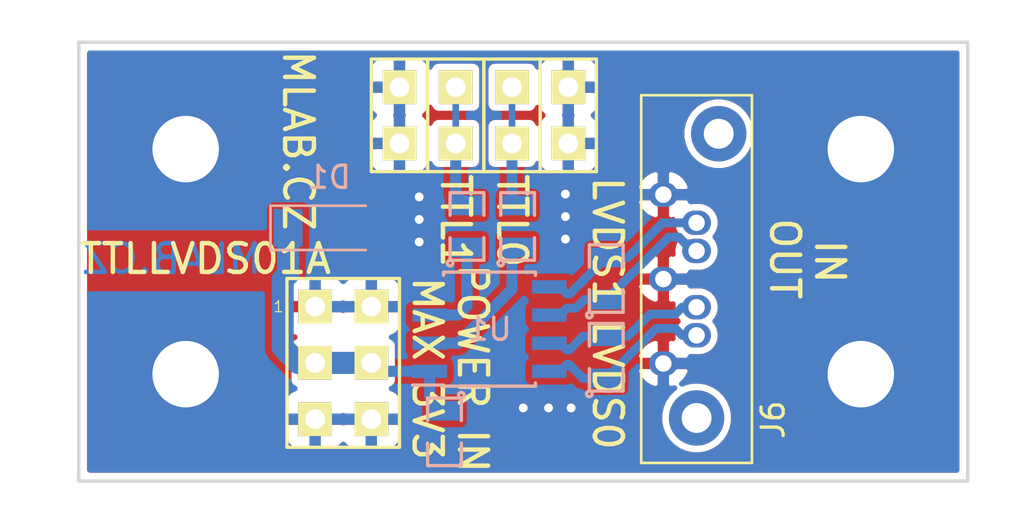
<source format=kicad_pcb>
(kicad_pcb (version 20171130) (host pcbnew "(6.0.0-rc1-dev-1606-g4cd41e394)")

  (general
    (thickness 1.6)
    (drawings 14)
    (tracks 71)
    (zones 0)
    (modules 17)
    (nets 11)
  )

  (page A4)
  (title_block
    (title NAME)
    (date "%d. %m. %Y")
    (rev REV)
    (company "Mlab www.mlab.cz")
    (comment 1 VERSION)
    (comment 2 "Short description\\nTwo lines are maximum")
    (comment 3 "nickname <email@example.com>")
  )

  (layers
    (0 F.Cu signal hide)
    (31 B.Cu signal)
    (34 B.Paste user)
    (36 B.SilkS user)
    (37 F.SilkS user)
    (38 B.Mask user)
    (39 F.Mask user)
    (44 Edge.Cuts user)
    (45 Margin user)
    (46 B.CrtYd user)
    (47 F.CrtYd user)
    (48 B.Fab user)
    (49 F.Fab user)
  )

  (setup
    (last_trace_width 0.5)
    (user_trace_width 0.3)
    (user_trace_width 0.5)
    (user_trace_width 0.8)
    (user_trace_width 1)
    (trace_clearance 0.2)
    (zone_clearance 0.3)
    (zone_45_only no)
    (trace_min 0.2)
    (via_size 0.8)
    (via_drill 0.4)
    (via_min_size 0.4)
    (via_min_drill 0.3)
    (uvia_size 0.4)
    (uvia_drill 0.2)
    (uvias_allowed no)
    (uvia_min_size 0.2)
    (uvia_min_drill 0.1)
    (edge_width 0.15)
    (segment_width 0.2)
    (pcb_text_width 0.3)
    (pcb_text_size 1.5 1.5)
    (mod_edge_width 0.15)
    (mod_text_size 1 1)
    (mod_text_width 0.15)
    (pad_size 1.524 1.524)
    (pad_drill 0.762)
    (pad_to_mask_clearance 0.2)
    (aux_axis_origin 0 0)
    (visible_elements 7FFFFF7F)
    (pcbplotparams
      (layerselection 0x010e0_ffffffff)
      (usegerberextensions false)
      (usegerberattributes false)
      (usegerberadvancedattributes false)
      (creategerberjobfile false)
      (excludeedgelayer true)
      (linewidth 0.150000)
      (plotframeref false)
      (viasonmask false)
      (mode 1)
      (useauxorigin false)
      (hpglpennumber 1)
      (hpglpenspeed 20)
      (hpglpendiameter 15.000000)
      (psnegative false)
      (psa4output false)
      (plotreference true)
      (plotvalue true)
      (plotinvisibletext false)
      (padsonsilk false)
      (subtractmaskfromsilk false)
      (outputformat 1)
      (mirror false)
      (drillshape 0)
      (scaleselection 1)
      (outputdirectory "../CAM_PROFI/"))
  )

  (net 0 "")
  (net 1 GND)
  (net 2 VCC)
  (net 3 /1A)
  (net 4 /2A)
  (net 5 "Net-(R1-Pad1)")
  (net 6 "Net-(R2-Pad1)")
  (net 7 /1-)
  (net 8 /1+)
  (net 9 /2-)
  (net 10 /2+)

  (net_class Default "This is the default net class."
    (clearance 0.2)
    (trace_width 0.5)
    (via_dia 0.8)
    (via_drill 0.4)
    (uvia_dia 0.4)
    (uvia_drill 0.2)
    (diff_pair_width 0.4)
    (diff_pair_gap 0.25)
    (add_net /1+)
    (add_net /1-)
    (add_net /1A)
    (add_net /2+)
    (add_net /2-)
    (add_net /2A)
    (add_net GND)
    (add_net "Net-(R1-Pad1)")
    (add_net "Net-(R2-Pad1)")
    (add_net VCC)
  )

  (net_class MLAB_power ""
    (clearance 0.4)
    (trace_width 0.7)
    (via_dia 0.8)
    (via_drill 0.6)
    (uvia_dia 0.4)
    (uvia_drill 0.2)
    (diff_pair_width 0.4)
    (diff_pair_gap 0.25)
  )

  (module Mlab_R:SMD-0805 (layer B.Cu) (tedit 5C00EE4F) (tstamp 5C78AAE6)
    (at 16.764 -2.4765 270)
    (path /5562302C)
    (attr smd)
    (fp_text reference C2 (at 0 0.3175 270) (layer B.Fab)
      (effects (font (size 0.50038 0.50038) (thickness 0.10922)) (justify mirror))
    )
    (fp_text value 100nF (at 0.127 -0.381 270) (layer B.Fab)
      (effects (font (size 0.50038 0.50038) (thickness 0.10922)) (justify mirror))
    )
    (fp_line (start 1.524 -0.762) (end 0.508 -0.762) (layer B.SilkS) (width 0.15))
    (fp_line (start 1.524 0.762) (end 1.524 -0.762) (layer B.SilkS) (width 0.15))
    (fp_line (start 0.508 0.762) (end 1.524 0.762) (layer B.SilkS) (width 0.15))
    (fp_line (start -0.508 -0.762) (end -1.524 -0.762) (layer B.SilkS) (width 0.15))
    (fp_line (start -1.524 -0.762) (end -1.524 0.762) (layer B.Fab) (width 0.15))
    (fp_line (start -1.524 0.762) (end -0.508 0.762) (layer B.Fab) (width 0.15))
    (fp_circle (center -1.651 -0.762) (end -1.651 -0.635) (layer B.SilkS) (width 0.15))
    (fp_line (start -0.508 -0.762) (end -1.524 -0.762) (layer B.Fab) (width 0.15))
    (fp_line (start -1.524 -0.762) (end -1.524 0.762) (layer B.SilkS) (width 0.15))
    (fp_line (start -1.524 0.762) (end -0.508 0.762) (layer B.SilkS) (width 0.15))
    (fp_line (start 0.508 0.762) (end 1.524 0.762) (layer B.Fab) (width 0.15))
    (fp_line (start 1.524 0.762) (end 1.524 -0.762) (layer B.Fab) (width 0.15))
    (fp_line (start 1.524 -0.762) (end 0.508 -0.762) (layer B.Fab) (width 0.15))
    (pad 1 smd rect (at -0.9525 0 270) (size 0.889 1.397) (layers B.Cu B.Paste B.Mask)
      (net 2 VCC))
    (pad 2 smd rect (at 0.9525 0 270) (size 0.889 1.397) (layers B.Cu B.Paste B.Mask)
      (net 1 GND))
    (model Resistors_SMD.3dshapes/R_0805.wrl
      (at (xyz 0 0 0))
      (scale (xyz 1 1 1))
      (rotate (xyz 0 0 0))
    )
    (model ${MLAB}/src/3d/R/R0805.step
      (at (xyz 0 0 0))
      (scale (xyz 1 1 1))
      (rotate (xyz 0 0 0))
    )
  )

  (module Diode_SMD:D_MiniMELF (layer B.Cu) (tedit 5C6C6FB6) (tstamp 5C78AAFF)
    (at 11.458 -11.684)
    (descr "Diode Mini-MELF")
    (tags "Diode Mini-MELF")
    (path /5B4DE0B5)
    (attr smd)
    (fp_text reference D1 (at 0.099 -2.286) (layer B.SilkS)
      (effects (font (size 1 1) (thickness 0.15)) (justify mirror))
    )
    (fp_text value BZV55C-3,6V (at 0 -1.75) (layer B.Fab) hide
      (effects (font (size 1 1) (thickness 0.15)) (justify mirror))
    )
    (fp_text user %R (at 0.099 -2.286) (layer B.Fab)
      (effects (font (size 1 1) (thickness 0.15)) (justify mirror))
    )
    (fp_line (start 1.75 1) (end -2.55 1) (layer B.SilkS) (width 0.12))
    (fp_line (start -2.55 1) (end -2.55 -1) (layer B.SilkS) (width 0.12))
    (fp_line (start -2.55 -1) (end 1.75 -1) (layer B.SilkS) (width 0.12))
    (fp_line (start 1.65 0.8) (end 1.65 -0.8) (layer B.Fab) (width 0.1))
    (fp_line (start 1.65 -0.8) (end -1.65 -0.8) (layer B.Fab) (width 0.1))
    (fp_line (start -1.65 -0.8) (end -1.65 0.8) (layer B.Fab) (width 0.1))
    (fp_line (start -1.65 0.8) (end 1.65 0.8) (layer B.Fab) (width 0.1))
    (fp_line (start 0.25 0) (end 0.75 0) (layer B.Fab) (width 0.1))
    (fp_line (start 0.25 -0.4) (end -0.35 0) (layer B.Fab) (width 0.1))
    (fp_line (start 0.25 0.4) (end 0.25 -0.4) (layer B.Fab) (width 0.1))
    (fp_line (start -0.35 0) (end 0.25 0.4) (layer B.Fab) (width 0.1))
    (fp_line (start -0.35 0) (end -0.35 -0.55) (layer B.Fab) (width 0.1))
    (fp_line (start -0.35 0) (end -0.35 0.55) (layer B.Fab) (width 0.1))
    (fp_line (start -0.75 0) (end -0.35 0) (layer B.Fab) (width 0.1))
    (fp_line (start -2.65 1.1) (end 2.65 1.1) (layer B.CrtYd) (width 0.05))
    (fp_line (start 2.65 1.1) (end 2.65 -1.1) (layer B.CrtYd) (width 0.05))
    (fp_line (start 2.65 -1.1) (end -2.65 -1.1) (layer B.CrtYd) (width 0.05))
    (fp_line (start -2.65 -1.1) (end -2.65 1.1) (layer B.CrtYd) (width 0.05))
    (pad 1 smd rect (at -1.75 0) (size 1.3 1.7) (layers B.Cu B.Paste B.Mask)
      (net 2 VCC))
    (pad 2 smd rect (at 1.75 0) (size 1.3 1.7) (layers B.Cu B.Paste B.Mask)
      (net 1 GND))
    (model ${KISYS3DMOD}/Diode_SMD.3dshapes/D_MiniMELF.wrl
      (at (xyz 0 0 0))
      (scale (xyz 1 1 1))
      (rotate (xyz 0 0 0))
    )
  )

  (module Mlab_Pin_Headers:Straight_2x03 (layer F.Cu) (tedit 55DC1460) (tstamp 5C78AB0E)
    (at 12.192 -5.588)
    (descr "pin header straight 2x03")
    (tags "pin header straight 2x03")
    (path /5B4DDE60)
    (fp_text reference J1 (at 0 -5.08) (layer F.SilkS) hide
      (effects (font (size 1.5 1.5) (thickness 0.15)))
    )
    (fp_text value JUMP_3X2 (at 0 5.08) (layer F.SilkS) hide
      (effects (font (size 1.5 1.5) (thickness 0.15)))
    )
    (fp_text user 1 (at -2.921 -2.54) (layer F.SilkS)
      (effects (font (size 0.5 0.5) (thickness 0.05)))
    )
    (fp_line (start -2.54 -3.81) (end 2.54 -3.81) (layer F.SilkS) (width 0.15))
    (fp_line (start 2.54 -3.81) (end 2.54 3.81) (layer F.SilkS) (width 0.15))
    (fp_line (start 2.54 3.81) (end -2.54 3.81) (layer F.SilkS) (width 0.15))
    (fp_line (start -2.54 3.81) (end -2.54 -3.81) (layer F.SilkS) (width 0.15))
    (pad 1 thru_hole rect (at -1.27 -2.54) (size 1.524 1.524) (drill 0.889) (layers *.Cu *.Mask F.SilkS)
      (net 1 GND))
    (pad 2 thru_hole rect (at 1.27 -2.54) (size 1.524 1.524) (drill 0.889) (layers *.Cu *.Mask F.SilkS)
      (net 1 GND))
    (pad 3 thru_hole rect (at -1.27 0) (size 1.524 1.524) (drill 0.889) (layers *.Cu *.Mask F.SilkS)
      (net 2 VCC))
    (pad 4 thru_hole rect (at 1.27 0) (size 1.524 1.524) (drill 0.889) (layers *.Cu *.Mask F.SilkS)
      (net 2 VCC))
    (pad 5 thru_hole rect (at -1.27 2.54) (size 1.524 1.524) (drill 0.889) (layers *.Cu *.Mask F.SilkS)
      (net 1 GND))
    (pad 6 thru_hole rect (at 1.27 2.54) (size 1.524 1.524) (drill 0.889) (layers *.Cu *.Mask F.SilkS)
      (net 1 GND))
    (model Pin_Headers/Pin_Header_Straight_2x03.wrl
      (at (xyz 0 0 0))
      (scale (xyz 1 1 1))
      (rotate (xyz 0 0 90))
    )
  )

  (module Mlab_Pin_Headers:Straight_2x01 (layer F.Cu) (tedit 5A99E638) (tstamp 5C78AB18)
    (at 19.812 -16.764 90)
    (descr "pin header straight 2x01")
    (tags "pin header straight 2x01")
    (path /5C6C6CEA)
    (fp_text reference J2 (at 0 -2.54 90) (layer F.SilkS) hide
      (effects (font (size 1.5 1.5) (thickness 0.15)))
    )
    (fp_text value HEADER_2x01_PARALLEL (at 0 2.54 90) (layer F.SilkS) hide
      (effects (font (size 1.5 1.5) (thickness 0.15)))
    )
    (fp_line (start -2.54 1.27) (end -2.54 -1.27) (layer F.SilkS) (width 0.15))
    (fp_line (start 2.54 1.27) (end -2.54 1.27) (layer F.SilkS) (width 0.15))
    (fp_line (start 2.54 -1.27) (end 2.54 1.27) (layer F.SilkS) (width 0.15))
    (fp_line (start -2.54 -1.27) (end 2.54 -1.27) (layer F.SilkS) (width 0.15))
    (pad 2 thru_hole rect (at 1.27 0 90) (size 1.524 1.524) (drill 0.889) (layers *.Cu *.Mask F.SilkS)
      (net 3 /1A))
    (pad 1 thru_hole rect (at -1.27 0 90) (size 1.524 1.524) (drill 0.889) (layers *.Cu *.Mask F.SilkS)
      (net 3 /1A))
    (model Pin_Headers/Pin_Header_Straight_2x01.wrl
      (at (xyz 0 0 0))
      (scale (xyz 1 1 1))
      (rotate (xyz 0 0 90))
    )
    (model ${MLAB}/src/3d/mechanical/header_1_2.step
      (at (xyz 0 0 0))
      (scale (xyz 1 1 1))
      (rotate (xyz 0 0 0))
    )
  )

  (module Mlab_Pin_Headers:Straight_2x01 (layer F.Cu) (tedit 5A99E638) (tstamp 5C78AB22)
    (at 14.732 -16.764 270)
    (descr "pin header straight 2x01")
    (tags "pin header straight 2x01")
    (path /5C6C6E55)
    (fp_text reference J3 (at 0 -2.54 270) (layer F.SilkS) hide
      (effects (font (size 1.5 1.5) (thickness 0.15)))
    )
    (fp_text value HEADER_2x01_PARALLEL (at 0 2.54 270) (layer F.SilkS) hide
      (effects (font (size 1.5 1.5) (thickness 0.15)))
    )
    (fp_line (start -2.54 -1.27) (end 2.54 -1.27) (layer F.SilkS) (width 0.15))
    (fp_line (start 2.54 -1.27) (end 2.54 1.27) (layer F.SilkS) (width 0.15))
    (fp_line (start 2.54 1.27) (end -2.54 1.27) (layer F.SilkS) (width 0.15))
    (fp_line (start -2.54 1.27) (end -2.54 -1.27) (layer F.SilkS) (width 0.15))
    (pad 1 thru_hole rect (at -1.27 0 270) (size 1.524 1.524) (drill 0.889) (layers *.Cu *.Mask F.SilkS)
      (net 1 GND))
    (pad 2 thru_hole rect (at 1.27 0 270) (size 1.524 1.524) (drill 0.889) (layers *.Cu *.Mask F.SilkS)
      (net 1 GND))
    (model Pin_Headers/Pin_Header_Straight_2x01.wrl
      (at (xyz 0 0 0))
      (scale (xyz 1 1 1))
      (rotate (xyz 0 0 90))
    )
    (model ${MLAB}/src/3d/mechanical/header_1_2.step
      (at (xyz 0 0 0))
      (scale (xyz 1 1 1))
      (rotate (xyz 0 0 0))
    )
  )

  (module Mlab_Pin_Headers:Straight_2x01 (layer F.Cu) (tedit 5A99E638) (tstamp 5C78AB2C)
    (at 17.272 -16.764 270)
    (descr "pin header straight 2x01")
    (tags "pin header straight 2x01")
    (path /5C6C6E85)
    (fp_text reference J4 (at 0 -2.54 270) (layer F.SilkS) hide
      (effects (font (size 1.5 1.5) (thickness 0.15)))
    )
    (fp_text value HEADER_2x01_PARALLEL (at 0 2.54 270) (layer F.SilkS) hide
      (effects (font (size 1.5 1.5) (thickness 0.15)))
    )
    (fp_line (start -2.54 1.27) (end -2.54 -1.27) (layer F.SilkS) (width 0.15))
    (fp_line (start 2.54 1.27) (end -2.54 1.27) (layer F.SilkS) (width 0.15))
    (fp_line (start 2.54 -1.27) (end 2.54 1.27) (layer F.SilkS) (width 0.15))
    (fp_line (start -2.54 -1.27) (end 2.54 -1.27) (layer F.SilkS) (width 0.15))
    (pad 2 thru_hole rect (at 1.27 0 270) (size 1.524 1.524) (drill 0.889) (layers *.Cu *.Mask F.SilkS)
      (net 4 /2A))
    (pad 1 thru_hole rect (at -1.27 0 270) (size 1.524 1.524) (drill 0.889) (layers *.Cu *.Mask F.SilkS)
      (net 4 /2A))
    (model Pin_Headers/Pin_Header_Straight_2x01.wrl
      (at (xyz 0 0 0))
      (scale (xyz 1 1 1))
      (rotate (xyz 0 0 90))
    )
    (model ${MLAB}/src/3d/mechanical/header_1_2.step
      (at (xyz 0 0 0))
      (scale (xyz 1 1 1))
      (rotate (xyz 0 0 0))
    )
  )

  (module Mlab_Pin_Headers:Straight_2x01 (layer F.Cu) (tedit 5A99E638) (tstamp 5C78AB36)
    (at 22.352 -16.764 270)
    (descr "pin header straight 2x01")
    (tags "pin header straight 2x01")
    (path /5C6C6EBF)
    (fp_text reference J5 (at 0 -2.54 270) (layer F.SilkS) hide
      (effects (font (size 1.5 1.5) (thickness 0.15)))
    )
    (fp_text value HEADER_2x01_PARALLEL (at 0 2.54 270) (layer F.SilkS) hide
      (effects (font (size 1.5 1.5) (thickness 0.15)))
    )
    (fp_line (start -2.54 -1.27) (end 2.54 -1.27) (layer F.SilkS) (width 0.15))
    (fp_line (start 2.54 -1.27) (end 2.54 1.27) (layer F.SilkS) (width 0.15))
    (fp_line (start 2.54 1.27) (end -2.54 1.27) (layer F.SilkS) (width 0.15))
    (fp_line (start -2.54 1.27) (end -2.54 -1.27) (layer F.SilkS) (width 0.15))
    (pad 1 thru_hole rect (at -1.27 0 270) (size 1.524 1.524) (drill 0.889) (layers *.Cu *.Mask F.SilkS)
      (net 1 GND))
    (pad 2 thru_hole rect (at 1.27 0 270) (size 1.524 1.524) (drill 0.889) (layers *.Cu *.Mask F.SilkS)
      (net 1 GND))
    (model Pin_Headers/Pin_Header_Straight_2x01.wrl
      (at (xyz 0 0 0))
      (scale (xyz 1 1 1))
      (rotate (xyz 0 0 90))
    )
    (model ${MLAB}/src/3d/mechanical/header_1_2.step
      (at (xyz 0 0 0))
      (scale (xyz 1 1 1))
      (rotate (xyz 0 0 0))
    )
  )

  (module Mlab_CON:SATA-7_THT_VERT_2 (layer F.Cu) (tedit 5AA8FAC9) (tstamp 5C6CC15D)
    (at 26.6446 -5.5626 270)
    (path /5C6BE664)
    (fp_text reference J6 (at 2.54 -4.953 270) (layer F.SilkS)
      (effects (font (size 1 1) (thickness 0.15)))
    )
    (fp_text value SATA7-67491-1030 (at -3.048 2.286 270) (layer F.Fab) hide
      (effects (font (size 1 1) (thickness 0.15)))
    )
    (fp_line (start 4.572 -4.064) (end -12.192 -4.064) (layer F.Fab) (width 0.1))
    (fp_line (start 4.572 1.143) (end 4.572 -4.064) (layer F.Fab) (width 0.1))
    (fp_line (start -12.192 1.143) (end 4.572 1.143) (layer F.Fab) (width 0.1))
    (fp_line (start -12.192 -4.064) (end -12.192 1.143) (layer F.Fab) (width 0.1))
    (fp_text user %R (at -3.81 -2.921 270) (layer F.Fab)
      (effects (font (size 1 1) (thickness 0.15)))
    )
    (fp_line (start 4.74 1.25) (end -12.36 1.25) (layer F.CrtYd) (width 0.05))
    (fp_line (start 4.74 1.25) (end 4.74 -4.25) (layer F.CrtYd) (width 0.05))
    (fp_line (start -12.36 -4.25) (end -12.36 1.25) (layer F.CrtYd) (width 0.05))
    (fp_line (start -12.36 -4.25) (end 4.74 -4.25) (layer F.CrtYd) (width 0.05))
    (fp_line (start -12.11 1) (end -12.11 -4) (layer F.SilkS) (width 0.12))
    (fp_line (start 4.49 1) (end -12.11 1) (layer F.SilkS) (width 0.12))
    (fp_line (start 4.49 -4) (end 4.49 1) (layer F.SilkS) (width 0.12))
    (fp_line (start -12.11 -4) (end 4.49 -4) (layer F.SilkS) (width 0.12))
    (pad 1 thru_hole oval (at 0 0 270) (size 1.1 1.3) (drill 0.74) (layers *.Cu *.Mask)
      (net 1 GND))
    (pad 4 thru_hole oval (at -3.81 0 270) (size 1.1 1.3) (drill 0.74) (layers *.Cu *.Mask)
      (net 1 GND))
    (pad 7 thru_hole oval (at -7.62 0 270) (size 1.1 1.3) (drill 0.74) (layers *.Cu *.Mask)
      (net 1 GND))
    (pad 6 thru_hole oval (at -6.35 -1.5 270) (size 1.1 1.3) (drill 0.74) (layers *.Cu *.Mask)
      (net 9 /2-))
    (pad 5 thru_hole oval (at -5.08 -1.5 270) (size 1.1 1.3) (drill 0.74) (layers *.Cu *.Mask)
      (net 10 /2+))
    (pad 3 thru_hole oval (at -2.54 -1.5 270) (size 1.1 1.3) (drill 0.74) (layers *.Cu *.Mask)
      (net 7 /1-))
    (pad 8 thru_hole circle (at -10.37 -2.5 270) (size 2.5 2.5) (drill 1.35) (layers *.Cu *.Mask))
    (pad 2 thru_hole oval (at -1.27 -1.5 270) (size 1.1 1.3) (drill 0.74) (layers *.Cu *.Mask)
      (net 8 /1+))
    (pad 9 thru_hole circle (at 2.46 -1.5 270) (size 2.5 2.5) (drill 1.35) (layers *.Cu *.Mask))
  )

  (module Mlab_Mechanical:MountingHole_3mm placed (layer F.Cu) (tedit 5A99DD0D) (tstamp 5C78AB56)
    (at 35.56 -15.24)
    (descr "Mounting hole, Befestigungsbohrung, 3mm, No Annular, Kein Restring,")
    (tags "Mounting hole, Befestigungsbohrung, 3mm, No Annular, Kein Restring,")
    (path /549D7549)
    (fp_text reference M1 (at 0 -4.191) (layer F.SilkS) hide
      (effects (font (size 1.524 1.524) (thickness 0.3048)))
    )
    (fp_text value HOLE (at 0 4.191) (layer F.SilkS) hide
      (effects (font (size 1.524 1.524) (thickness 0.3048)))
    )
    (fp_circle (center 0 0) (end 2.99974 0) (layer Cmts.User) (width 0.381))
    (pad 1 thru_hole circle (at 0 0) (size 6 6) (drill 3) (layers *.Cu *.Adhes *.Mask)
      (net 1 GND) (clearance 1) (zone_connect 2))
    (model ${MLAB}/src/3d/mechanical/m3_komplet.step
      (at (xyz 0 0 0))
      (scale (xyz 1 1 1))
      (rotate (xyz 0 0 0))
    )
  )

  (module Mlab_Mechanical:MountingHole_3mm placed (layer F.Cu) (tedit 5A99DD0D) (tstamp 5C78AB5C)
    (at 5.08 -5.08)
    (descr "Mounting hole, Befestigungsbohrung, 3mm, No Annular, Kein Restring,")
    (tags "Mounting hole, Befestigungsbohrung, 3mm, No Annular, Kein Restring,")
    (path /549D7628)
    (fp_text reference M2 (at 0 -4.191) (layer F.SilkS) hide
      (effects (font (size 1.524 1.524) (thickness 0.3048)))
    )
    (fp_text value HOLE (at 0 4.191) (layer F.SilkS) hide
      (effects (font (size 1.524 1.524) (thickness 0.3048)))
    )
    (fp_circle (center 0 0) (end 2.99974 0) (layer Cmts.User) (width 0.381))
    (pad 1 thru_hole circle (at 0 0) (size 6 6) (drill 3) (layers *.Cu *.Adhes *.Mask)
      (net 1 GND) (clearance 1) (zone_connect 2))
    (model ${MLAB}/src/3d/mechanical/m3_komplet.step
      (at (xyz 0 0 0))
      (scale (xyz 1 1 1))
      (rotate (xyz 0 0 0))
    )
  )

  (module Mlab_Mechanical:MountingHole_3mm placed (layer F.Cu) (tedit 5A99DD0D) (tstamp 5C78AB62)
    (at 5.08 -15.24)
    (descr "Mounting hole, Befestigungsbohrung, 3mm, No Annular, Kein Restring,")
    (tags "Mounting hole, Befestigungsbohrung, 3mm, No Annular, Kein Restring,")
    (path /549D7646)
    (fp_text reference M3 (at 0 -4.191) (layer F.SilkS) hide
      (effects (font (size 1.524 1.524) (thickness 0.3048)))
    )
    (fp_text value HOLE (at 0 4.191) (layer F.SilkS) hide
      (effects (font (size 1.524 1.524) (thickness 0.3048)))
    )
    (fp_circle (center 0 0) (end 2.99974 0) (layer Cmts.User) (width 0.381))
    (pad 1 thru_hole circle (at 0 0) (size 6 6) (drill 3) (layers *.Cu *.Adhes *.Mask)
      (net 1 GND) (clearance 1) (zone_connect 2))
    (model ${MLAB}/src/3d/mechanical/m3_komplet.step
      (at (xyz 0 0 0))
      (scale (xyz 1 1 1))
      (rotate (xyz 0 0 0))
    )
  )

  (module Mlab_Mechanical:MountingHole_3mm placed (layer F.Cu) (tedit 5A99DD0D) (tstamp 5C78AB68)
    (at 35.56 -5.08)
    (descr "Mounting hole, Befestigungsbohrung, 3mm, No Annular, Kein Restring,")
    (tags "Mounting hole, Befestigungsbohrung, 3mm, No Annular, Kein Restring,")
    (path /549D7665)
    (fp_text reference M4 (at 0 -4.191) (layer F.SilkS) hide
      (effects (font (size 1.524 1.524) (thickness 0.3048)))
    )
    (fp_text value HOLE (at 0 4.191) (layer F.SilkS) hide
      (effects (font (size 1.524 1.524) (thickness 0.3048)))
    )
    (fp_circle (center 0 0) (end 2.99974 0) (layer Cmts.User) (width 0.381))
    (pad 1 thru_hole circle (at 0 0) (size 6 6) (drill 3) (layers *.Cu *.Adhes *.Mask)
      (net 1 GND) (clearance 1) (zone_connect 2))
    (model ${MLAB}/src/3d/mechanical/m3_komplet.step
      (at (xyz 0 0 0))
      (scale (xyz 1 1 1))
      (rotate (xyz 0 0 0))
    )
  )

  (module Mlab_R:SMD-0805 (layer B.Cu) (tedit 5C00EE4F) (tstamp 5C78AB7B)
    (at 20.066 -11.7475 90)
    (path /5C6CC9E7)
    (attr smd)
    (fp_text reference R1 (at 0 0.3175 90) (layer B.Fab)
      (effects (font (size 0.50038 0.50038) (thickness 0.10922)) (justify mirror))
    )
    (fp_text value 33R (at 0.127 -0.381 90) (layer B.Fab)
      (effects (font (size 0.50038 0.50038) (thickness 0.10922)) (justify mirror))
    )
    (fp_line (start 1.524 -0.762) (end 0.508 -0.762) (layer B.SilkS) (width 0.15))
    (fp_line (start 1.524 0.762) (end 1.524 -0.762) (layer B.SilkS) (width 0.15))
    (fp_line (start 0.508 0.762) (end 1.524 0.762) (layer B.SilkS) (width 0.15))
    (fp_line (start -0.508 -0.762) (end -1.524 -0.762) (layer B.SilkS) (width 0.15))
    (fp_line (start -1.524 -0.762) (end -1.524 0.762) (layer B.Fab) (width 0.15))
    (fp_line (start -1.524 0.762) (end -0.508 0.762) (layer B.Fab) (width 0.15))
    (fp_circle (center -1.651 -0.762) (end -1.651 -0.635) (layer B.SilkS) (width 0.15))
    (fp_line (start -0.508 -0.762) (end -1.524 -0.762) (layer B.Fab) (width 0.15))
    (fp_line (start -1.524 -0.762) (end -1.524 0.762) (layer B.SilkS) (width 0.15))
    (fp_line (start -1.524 0.762) (end -0.508 0.762) (layer B.SilkS) (width 0.15))
    (fp_line (start 0.508 0.762) (end 1.524 0.762) (layer B.Fab) (width 0.15))
    (fp_line (start 1.524 0.762) (end 1.524 -0.762) (layer B.Fab) (width 0.15))
    (fp_line (start 1.524 -0.762) (end 0.508 -0.762) (layer B.Fab) (width 0.15))
    (pad 1 smd rect (at -0.9525 0 90) (size 0.889 1.397) (layers B.Cu B.Paste B.Mask)
      (net 5 "Net-(R1-Pad1)"))
    (pad 2 smd rect (at 0.9525 0 90) (size 0.889 1.397) (layers B.Cu B.Paste B.Mask)
      (net 3 /1A))
    (model Resistors_SMD.3dshapes/R_0805.wrl
      (at (xyz 0 0 0))
      (scale (xyz 1 1 1))
      (rotate (xyz 0 0 0))
    )
    (model ${MLAB}/src/3d/R/R0805.step
      (at (xyz 0 0 0))
      (scale (xyz 1 1 1))
      (rotate (xyz 0 0 0))
    )
  )

  (module Mlab_R:SMD-0805 (layer B.Cu) (tedit 5C00EE4F) (tstamp 5C78AB8E)
    (at 17.78 -11.7475 90)
    (path /5C6CCB45)
    (attr smd)
    (fp_text reference R2 (at 0 0.3175 90) (layer B.Fab)
      (effects (font (size 0.50038 0.50038) (thickness 0.10922)) (justify mirror))
    )
    (fp_text value 33R (at 0.127 -0.381 90) (layer B.Fab)
      (effects (font (size 0.50038 0.50038) (thickness 0.10922)) (justify mirror))
    )
    (fp_line (start 1.524 -0.762) (end 0.508 -0.762) (layer B.Fab) (width 0.15))
    (fp_line (start 1.524 0.762) (end 1.524 -0.762) (layer B.Fab) (width 0.15))
    (fp_line (start 0.508 0.762) (end 1.524 0.762) (layer B.Fab) (width 0.15))
    (fp_line (start -1.524 0.762) (end -0.508 0.762) (layer B.SilkS) (width 0.15))
    (fp_line (start -1.524 -0.762) (end -1.524 0.762) (layer B.SilkS) (width 0.15))
    (fp_line (start -0.508 -0.762) (end -1.524 -0.762) (layer B.Fab) (width 0.15))
    (fp_circle (center -1.651 -0.762) (end -1.651 -0.635) (layer B.SilkS) (width 0.15))
    (fp_line (start -1.524 0.762) (end -0.508 0.762) (layer B.Fab) (width 0.15))
    (fp_line (start -1.524 -0.762) (end -1.524 0.762) (layer B.Fab) (width 0.15))
    (fp_line (start -0.508 -0.762) (end -1.524 -0.762) (layer B.SilkS) (width 0.15))
    (fp_line (start 0.508 0.762) (end 1.524 0.762) (layer B.SilkS) (width 0.15))
    (fp_line (start 1.524 0.762) (end 1.524 -0.762) (layer B.SilkS) (width 0.15))
    (fp_line (start 1.524 -0.762) (end 0.508 -0.762) (layer B.SilkS) (width 0.15))
    (pad 2 smd rect (at 0.9525 0 90) (size 0.889 1.397) (layers B.Cu B.Paste B.Mask)
      (net 4 /2A))
    (pad 1 smd rect (at -0.9525 0 90) (size 0.889 1.397) (layers B.Cu B.Paste B.Mask)
      (net 6 "Net-(R2-Pad1)"))
    (model Resistors_SMD.3dshapes/R_0805.wrl
      (at (xyz 0 0 0))
      (scale (xyz 1 1 1))
      (rotate (xyz 0 0 0))
    )
    (model ${MLAB}/src/3d/R/R0805.step
      (at (xyz 0 0 0))
      (scale (xyz 1 1 1))
      (rotate (xyz 0 0 0))
    )
  )

  (module Mlab_R:SMD-0805 (layer B.Cu) (tedit 5C00EE4F) (tstamp 5C78ABA1)
    (at 24.0665 -5.842 90)
    (path /5C6BEB35)
    (attr smd)
    (fp_text reference R3 (at 0 0.3175 90) (layer B.Fab)
      (effects (font (size 0.50038 0.50038) (thickness 0.10922)) (justify mirror))
    )
    (fp_text value 100R (at 0.127 -0.381 90) (layer B.Fab)
      (effects (font (size 0.50038 0.50038) (thickness 0.10922)) (justify mirror))
    )
    (fp_line (start 1.524 -0.762) (end 0.508 -0.762) (layer B.Fab) (width 0.15))
    (fp_line (start 1.524 0.762) (end 1.524 -0.762) (layer B.Fab) (width 0.15))
    (fp_line (start 0.508 0.762) (end 1.524 0.762) (layer B.Fab) (width 0.15))
    (fp_line (start -1.524 0.762) (end -0.508 0.762) (layer B.SilkS) (width 0.15))
    (fp_line (start -1.524 -0.762) (end -1.524 0.762) (layer B.SilkS) (width 0.15))
    (fp_line (start -0.508 -0.762) (end -1.524 -0.762) (layer B.Fab) (width 0.15))
    (fp_circle (center -1.651 -0.762) (end -1.651 -0.635) (layer B.SilkS) (width 0.15))
    (fp_line (start -1.524 0.762) (end -0.508 0.762) (layer B.Fab) (width 0.15))
    (fp_line (start -1.524 -0.762) (end -1.524 0.762) (layer B.Fab) (width 0.15))
    (fp_line (start -0.508 -0.762) (end -1.524 -0.762) (layer B.SilkS) (width 0.15))
    (fp_line (start 0.508 0.762) (end 1.524 0.762) (layer B.SilkS) (width 0.15))
    (fp_line (start 1.524 0.762) (end 1.524 -0.762) (layer B.SilkS) (width 0.15))
    (fp_line (start 1.524 -0.762) (end 0.508 -0.762) (layer B.SilkS) (width 0.15))
    (pad 2 smd rect (at 0.9525 0 90) (size 0.889 1.397) (layers B.Cu B.Paste B.Mask)
      (net 7 /1-))
    (pad 1 smd rect (at -0.9525 0 90) (size 0.889 1.397) (layers B.Cu B.Paste B.Mask)
      (net 8 /1+))
    (model Resistors_SMD.3dshapes/R_0805.wrl
      (at (xyz 0 0 0))
      (scale (xyz 1 1 1))
      (rotate (xyz 0 0 0))
    )
    (model ${MLAB}/src/3d/R/R0805.step
      (at (xyz 0 0 0))
      (scale (xyz 1 1 1))
      (rotate (xyz 0 0 0))
    )
  )

  (module Mlab_R:SMD-0805 (layer B.Cu) (tedit 5C00EE4F) (tstamp 5C78ABB4)
    (at 24.0665 -9.398 90)
    (path /5C6BECC5)
    (attr smd)
    (fp_text reference R4 (at 0 0.3175 90) (layer B.Fab)
      (effects (font (size 0.50038 0.50038) (thickness 0.10922)) (justify mirror))
    )
    (fp_text value 100R (at 0.127 -0.381 90) (layer B.Fab)
      (effects (font (size 0.50038 0.50038) (thickness 0.10922)) (justify mirror))
    )
    (fp_line (start 1.524 -0.762) (end 0.508 -0.762) (layer B.SilkS) (width 0.15))
    (fp_line (start 1.524 0.762) (end 1.524 -0.762) (layer B.SilkS) (width 0.15))
    (fp_line (start 0.508 0.762) (end 1.524 0.762) (layer B.SilkS) (width 0.15))
    (fp_line (start -0.508 -0.762) (end -1.524 -0.762) (layer B.SilkS) (width 0.15))
    (fp_line (start -1.524 -0.762) (end -1.524 0.762) (layer B.Fab) (width 0.15))
    (fp_line (start -1.524 0.762) (end -0.508 0.762) (layer B.Fab) (width 0.15))
    (fp_circle (center -1.651 -0.762) (end -1.651 -0.635) (layer B.SilkS) (width 0.15))
    (fp_line (start -0.508 -0.762) (end -1.524 -0.762) (layer B.Fab) (width 0.15))
    (fp_line (start -1.524 -0.762) (end -1.524 0.762) (layer B.SilkS) (width 0.15))
    (fp_line (start -1.524 0.762) (end -0.508 0.762) (layer B.SilkS) (width 0.15))
    (fp_line (start 0.508 0.762) (end 1.524 0.762) (layer B.Fab) (width 0.15))
    (fp_line (start 1.524 0.762) (end 1.524 -0.762) (layer B.Fab) (width 0.15))
    (fp_line (start 1.524 -0.762) (end 0.508 -0.762) (layer B.Fab) (width 0.15))
    (pad 1 smd rect (at -0.9525 0 90) (size 0.889 1.397) (layers B.Cu B.Paste B.Mask)
      (net 10 /2+))
    (pad 2 smd rect (at 0.9525 0 90) (size 0.889 1.397) (layers B.Cu B.Paste B.Mask)
      (net 9 /2-))
    (model Resistors_SMD.3dshapes/R_0805.wrl
      (at (xyz 0 0 0))
      (scale (xyz 1 1 1))
      (rotate (xyz 0 0 0))
    )
    (model ${MLAB}/src/3d/R/R0805.step
      (at (xyz 0 0 0))
      (scale (xyz 1 1 1))
      (rotate (xyz 0 0 0))
    )
  )

  (module Package_SO:SOIC-8_3.9x4.9mm_P1.27mm (layer B.Cu) (tedit 5C6C6FB9) (tstamp 5C6C62BE)
    (at 18.796 -7.112)
    (descr "8-Lead Plastic Small Outline (SN) - Narrow, 3.90 mm Body [SOIC] (see Microchip Packaging Specification http://ww1.microchip.com/downloads/en/PackagingSpec/00000049BQ.pdf)")
    (tags "SOIC 1.27")
    (path /5C6BE27C)
    (attr smd)
    (fp_text reference U1 (at 0 0) (layer B.SilkS)
      (effects (font (size 1 1) (thickness 0.15)) (justify mirror))
    )
    (fp_text value SN65LVDS9638D (at 0 -3.5) (layer B.Fab) hide
      (effects (font (size 1 1) (thickness 0.15)) (justify mirror))
    )
    (fp_text user %R (at 0 0 180) (layer B.Fab)
      (effects (font (size 1 1) (thickness 0.15)) (justify mirror))
    )
    (fp_line (start -0.95 2.45) (end 1.95 2.45) (layer B.Fab) (width 0.1))
    (fp_line (start 1.95 2.45) (end 1.95 -2.45) (layer B.Fab) (width 0.1))
    (fp_line (start 1.95 -2.45) (end -1.95 -2.45) (layer B.Fab) (width 0.1))
    (fp_line (start -1.95 -2.45) (end -1.95 1.45) (layer B.Fab) (width 0.1))
    (fp_line (start -1.95 1.45) (end -0.95 2.45) (layer B.Fab) (width 0.1))
    (fp_line (start -3.73 2.7) (end -3.73 -2.7) (layer B.CrtYd) (width 0.05))
    (fp_line (start 3.73 2.7) (end 3.73 -2.7) (layer B.CrtYd) (width 0.05))
    (fp_line (start -3.73 2.7) (end 3.73 2.7) (layer B.CrtYd) (width 0.05))
    (fp_line (start -3.73 -2.7) (end 3.73 -2.7) (layer B.CrtYd) (width 0.05))
    (fp_line (start -2.075 2.575) (end -2.075 2.525) (layer B.SilkS) (width 0.15))
    (fp_line (start 2.075 2.575) (end 2.075 2.43) (layer B.SilkS) (width 0.15))
    (fp_line (start 2.075 -2.575) (end 2.075 -2.43) (layer B.SilkS) (width 0.15))
    (fp_line (start -2.075 -2.575) (end -2.075 -2.43) (layer B.SilkS) (width 0.15))
    (fp_line (start -2.075 2.575) (end 2.075 2.575) (layer B.SilkS) (width 0.15))
    (fp_line (start -2.075 -2.575) (end 2.075 -2.575) (layer B.SilkS) (width 0.15))
    (fp_line (start -2.075 2.525) (end -3.475 2.525) (layer B.SilkS) (width 0.15))
    (pad 1 smd rect (at -2.7 1.905) (size 1.55 0.6) (layers B.Cu B.Paste B.Mask)
      (net 2 VCC))
    (pad 2 smd rect (at -2.7 0.635) (size 1.55 0.6) (layers B.Cu B.Paste B.Mask)
      (net 5 "Net-(R1-Pad1)"))
    (pad 3 smd rect (at -2.7 -0.635) (size 1.55 0.6) (layers B.Cu B.Paste B.Mask)
      (net 6 "Net-(R2-Pad1)"))
    (pad 4 smd rect (at -2.7 -1.905) (size 1.55 0.6) (layers B.Cu B.Paste B.Mask)
      (net 1 GND))
    (pad 5 smd rect (at 2.7 -1.905) (size 1.55 0.6) (layers B.Cu B.Paste B.Mask)
      (net 9 /2-))
    (pad 6 smd rect (at 2.7 -0.635) (size 1.55 0.6) (layers B.Cu B.Paste B.Mask)
      (net 10 /2+))
    (pad 7 smd rect (at 2.7 0.635) (size 1.55 0.6) (layers B.Cu B.Paste B.Mask)
      (net 7 /1-))
    (pad 8 smd rect (at 2.7 1.905) (size 1.55 0.6) (layers B.Cu B.Paste B.Mask)
      (net 8 /1+))
    (model ${KISYS3DMOD}/Package_SO.3dshapes/SOIC-8_3.9x4.9mm_P1.27mm.wrl
      (at (xyz 0 0 0))
      (scale (xyz 1 1 1))
      (rotate (xyz 0 0 0))
    )
  )

  (gr_text MLAB.CZ (at 4.445 -10.287) (layer B.Cu) (tstamp 5C6CC53D)
    (effects (font (size 1.3 1.3) (thickness 0.2)) (justify mirror))
  )
  (gr_text "POWER IN\nMAX 3V3" (at 17.018 -5.334 270) (layer F.SilkS) (tstamp 5C6CC4FB)
    (effects (font (size 1.27 1.27) (thickness 0.2)))
  )
  (gr_text MLAB.CZ (at 10.16 -15.621 270) (layer F.SilkS) (tstamp 5C6CC469)
    (effects (font (size 1.3 1.3) (thickness 0.2)))
  )
  (gr_text TTLLVDS01A (at 5.969 -10.287) (layer F.SilkS)
    (effects (font (size 1.3 1.3) (thickness 0.2)))
  )
  (gr_text OUT (at 32.131 -10.287 270) (layer F.SilkS) (tstamp 5C6CC458)
    (effects (font (size 1.27 1.27) (thickness 0.2)))
  )
  (gr_text IN (at 34.163 -10.16 270) (layer F.SilkS) (tstamp 5C6CC453)
    (effects (font (size 1.27 1.27) (thickness 0.2)))
  )
  (gr_text LVDS1 (at 24.13 -14.097 270) (layer F.SilkS) (tstamp 5C6CC40F)
    (effects (font (size 1.27 1.27) (thickness 0.2)) (justify left))
  )
  (gr_text LVDS0 (at 24.13 -7.62 270) (layer F.SilkS) (tstamp 5C6CC405)
    (effects (font (size 1.27 1.27) (thickness 0.2)) (justify left))
  )
  (gr_text TTL1 (at 17.272 -14.224 270) (layer F.SilkS) (tstamp 5C6CC401)
    (effects (font (size 1.27 1.27) (thickness 0.2)) (justify left))
  )
  (gr_text TTL0 (at 19.812 -14.224 270) (layer F.SilkS)
    (effects (font (size 1.27 1.27) (thickness 0.2)) (justify left))
  )
  (gr_line (start 0.254 -0.254) (end 0.254 -20.066) (layer Edge.Cuts) (width 0.15))
  (gr_line (start 0.254 -0.254) (end 40.386 -0.254) (layer Edge.Cuts) (width 0.15))
  (gr_line (start 40.386 -0.254) (end 40.386 -20.066) (layer Edge.Cuts) (width 0.15))
  (gr_line (start 0.254 -20.066) (end 40.386 -20.066) (layer Edge.Cuts) (width 0.15))

  (via (at 15.621 -13.081) (size 0.8) (drill 0.4) (layers F.Cu B.Cu) (net 1))
  (via (at 15.621 -12.065) (size 0.8) (drill 0.4) (layers F.Cu B.Cu) (net 1))
  (via (at 15.621 -11.049) (size 0.8) (drill 0.4) (layers F.Cu B.Cu) (net 1))
  (via (at 22.225 -13.208) (size 0.8) (drill 0.4) (layers F.Cu B.Cu) (net 1))
  (via (at 22.225 -12.192) (size 0.8) (drill 0.4) (layers F.Cu B.Cu) (net 1))
  (via (at 22.225 -11.176) (size 0.8) (drill 0.4) (layers F.Cu B.Cu) (net 1))
  (via (at 20.32 -3.556) (size 0.8) (drill 0.4) (layers F.Cu B.Cu) (net 1))
  (via (at 21.463 -3.556) (size 0.8) (drill 0.4) (layers F.Cu B.Cu) (net 1))
  (via (at 22.479 -3.556) (size 0.8) (drill 0.4) (layers F.Cu B.Cu) (net 1))
  (segment (start 13.843 -5.207) (end 13.462 -5.588) (width 0.5) (layer B.Cu) (net 2))
  (segment (start 16.096 -5.207) (end 13.843 -5.207) (width 0.5) (layer B.Cu) (net 2))
  (segment (start 16.096 -4.097) (end 16.764 -3.429) (width 0.5) (layer B.Cu) (net 2))
  (segment (start 16.096 -5.207) (end 16.096 -4.097) (width 0.5) (layer B.Cu) (net 2))
  (segment (start 13.462 -5.588) (end 10.922 -5.588) (width 1) (layer B.Cu) (net 2))
  (segment (start 10.16 -5.588) (end 9.459999 -6.288001) (width 1) (layer B.Cu) (net 2))
  (segment (start 10.922 -5.588) (end 10.16 -5.588) (width 1) (layer B.Cu) (net 2))
  (segment (start 9.459999 -9.342) (end 9.459999 -6.288001) (width 1) (layer B.Cu) (net 2))
  (segment (start 9.708 -9.590001) (end 9.459999 -9.342) (width 1) (layer B.Cu) (net 2))
  (segment (start 9.708 -11.684) (end 9.708 -9.590001) (width 1) (layer B.Cu) (net 2))
  (segment (start 19.812 -12.954) (end 20.066 -12.7) (width 0.5) (layer B.Cu) (net 3))
  (segment (start 19.812 -15.494) (end 19.812 -12.954) (width 0.5) (layer B.Cu) (net 3))
  (segment (start 19.812 -18.034) (end 19.812 -15.494) (width 0.3) (layer B.Cu) (net 3))
  (segment (start 17.272 -13.208) (end 17.78 -12.7) (width 0.5) (layer B.Cu) (net 4))
  (segment (start 17.272 -15.494) (end 17.272 -13.208) (width 0.5) (layer B.Cu) (net 4))
  (segment (start 17.272 -18.034) (end 17.272 -15.494) (width 0.3) (layer B.Cu) (net 4))
  (segment (start 19.812 -9.8505) (end 19.812 -10.795) (width 0.5) (layer B.Cu) (net 5))
  (segment (start 19.812 -8.918) (end 19.812 -9.8505) (width 0.5) (layer B.Cu) (net 5))
  (segment (start 17.371 -6.477) (end 19.812 -8.918) (width 0.5) (layer B.Cu) (net 5))
  (segment (start 16.096 -6.477) (end 17.371 -6.477) (width 0.5) (layer B.Cu) (net 5))
  (segment (start 17.78 -9.8505) (end 17.78 -10.795) (width 0.5) (layer B.Cu) (net 6))
  (segment (start 17.78 -8.156) (end 17.78 -9.8505) (width 0.5) (layer B.Cu) (net 6))
  (segment (start 17.371 -7.747) (end 17.78 -8.156) (width 0.5) (layer B.Cu) (net 6))
  (segment (start 16.096 -7.747) (end 17.371 -7.747) (width 0.5) (layer B.Cu) (net 6))
  (segment (start 23.018749 -6.7945) (end 24.0665 -6.7945) (width 0.4) (layer B.Cu) (net 7) (status 20))
  (segment (start 22.391249 -6.167) (end 23.018749 -6.7945) (width 0.4) (layer B.Cu) (net 7))
  (segment (start 22.281 -6.167) (end 22.391249 -6.167) (width 0.4) (layer B.Cu) (net 7))
  (segment (start 21.971 -6.477) (end 22.281 -6.167) (width 0.4) (layer B.Cu) (net 7) (status 10))
  (segment (start 21.496 -6.477) (end 21.971 -6.477) (width 0.4) (layer B.Cu) (net 7) (status 30))
  (segment (start 27.4946 -8.1026) (end 28.1446 -8.1026) (width 0.4) (layer B.Cu) (net 7) (status 30))
  (segment (start 27.1846 -7.7926) (end 27.4946 -8.1026) (width 0.4) (layer B.Cu) (net 7) (status 20))
  (segment (start 26.050361 -7.7926) (end 27.1846 -7.7926) (width 0.4) (layer B.Cu) (net 7))
  (segment (start 24.0665 -6.7945) (end 25.052261 -6.7945) (width 0.4) (layer B.Cu) (net 7) (status 10))
  (segment (start 25.052261 -6.7945) (end 26.050361 -7.7926) (width 0.4) (layer B.Cu) (net 7))
  (segment (start 21.971 -5.207) (end 22.281 -5.517) (width 0.4) (layer B.Cu) (net 8) (status 10))
  (segment (start 22.281 -5.517) (end 22.391249 -5.517) (width 0.4) (layer B.Cu) (net 8))
  (segment (start 22.391249 -5.517) (end 23.018749 -4.8895) (width 0.4) (layer B.Cu) (net 8))
  (segment (start 21.496 -5.207) (end 21.971 -5.207) (width 0.4) (layer B.Cu) (net 8) (status 30))
  (segment (start 23.018749 -4.8895) (end 24.0665 -4.8895) (width 0.4) (layer B.Cu) (net 8) (status 20))
  (segment (start 27.4946 -6.8326) (end 28.1446 -6.8326) (width 0.4) (layer B.Cu) (net 8) (status 30))
  (segment (start 27.1846 -7.1426) (end 27.4946 -6.8326) (width 0.4) (layer B.Cu) (net 8) (status 20))
  (segment (start 26.3196 -7.1426) (end 27.1846 -7.1426) (width 0.4) (layer B.Cu) (net 8))
  (segment (start 24.0665 -4.8895) (end 26.3196 -7.1426) (width 0.4) (layer B.Cu) (net 8) (status 10))
  (segment (start 22.621119 -8.905119) (end 24.0665 -10.3505) (width 0.4) (layer B.Cu) (net 9))
  (segment (start 22.423 -8.707) (end 22.621119 -8.905119) (width 0.4) (layer B.Cu) (net 9))
  (segment (start 22.281 -8.707) (end 22.423 -8.707) (width 0.4) (layer B.Cu) (net 9))
  (segment (start 21.971 -9.017) (end 22.281 -8.707) (width 0.4) (layer B.Cu) (net 9))
  (segment (start 21.496 -9.017) (end 21.971 -9.017) (width 0.4) (layer B.Cu) (net 9))
  (segment (start 27.5246 -11.9126) (end 28.1446 -11.9126) (width 0.4) (layer B.Cu) (net 9))
  (segment (start 26.614361 -11.9126) (end 27.5246 -11.9126) (width 0.4) (layer B.Cu) (net 9))
  (segment (start 25.052261 -10.3505) (end 26.614361 -11.9126) (width 0.4) (layer B.Cu) (net 9))
  (segment (start 24.0665 -10.3505) (end 25.052261 -10.3505) (width 0.4) (layer B.Cu) (net 9))
  (segment (start 21.971 -7.747) (end 22.281 -8.057) (width 0.4) (layer B.Cu) (net 10))
  (segment (start 21.496 -7.747) (end 21.971 -7.747) (width 0.4) (layer B.Cu) (net 10))
  (segment (start 22.281 -8.057) (end 22.692239 -8.057) (width 0.4) (layer B.Cu) (net 10))
  (segment (start 22.692239 -8.057) (end 23.080739 -8.4455) (width 0.4) (layer B.Cu) (net 10))
  (segment (start 23.080739 -8.4455) (end 24.0665 -8.4455) (width 0.4) (layer B.Cu) (net 10))
  (segment (start 27.82461 -10.96259) (end 28.1446 -10.6426) (width 0.4) (layer B.Cu) (net 10))
  (segment (start 27.351083 -11.2626) (end 27.651093 -10.96259) (width 0.4) (layer B.Cu) (net 10))
  (segment (start 26.8836 -11.2626) (end 27.351083 -11.2626) (width 0.4) (layer B.Cu) (net 10))
  (segment (start 24.0665 -8.4455) (end 26.8836 -11.2626) (width 0.4) (layer B.Cu) (net 10))
  (segment (start 27.651093 -10.96259) (end 27.82461 -10.96259) (width 0.4) (layer B.Cu) (net 10))

  (zone (net 1) (net_name GND) (layer B.Cu) (tstamp 5C6D8165) (hatch edge 0.508)
    (connect_pads thru_hole_only (clearance 0.3))
    (min_thickness 0.254)
    (fill yes (arc_segments 32) (thermal_gap 0.508) (thermal_bridge_width 0.508))
    (polygon
      (pts
        (xy -2.159 -21.971) (xy 41.529 -20.955) (xy 42.926 1.905) (xy -3.302 1.651) (xy -2.159 -21.844)
      )
    )
    (filled_polygon
      (pts
        (xy 39.884 -0.756) (xy 0.756 -0.756) (xy 0.756 -2.76225) (xy 9.525 -2.76225) (xy 9.525 -2.223458)
        (xy 9.549403 -2.100777) (xy 9.59727 -1.985215) (xy 9.666763 -1.881211) (xy 9.755211 -1.792763) (xy 9.859215 -1.72327)
        (xy 9.974777 -1.675403) (xy 10.097458 -1.651) (xy 10.63625 -1.651) (xy 10.795 -1.80975) (xy 10.795 -2.921)
        (xy 11.049 -2.921) (xy 11.049 -1.80975) (xy 11.20775 -1.651) (xy 11.746542 -1.651) (xy 11.869223 -1.675403)
        (xy 11.984785 -1.72327) (xy 12.088789 -1.792763) (xy 12.177237 -1.881211) (xy 12.192 -1.903305) (xy 12.206763 -1.881211)
        (xy 12.295211 -1.792763) (xy 12.399215 -1.72327) (xy 12.514777 -1.675403) (xy 12.637458 -1.651) (xy 13.17625 -1.651)
        (xy 13.335 -1.80975) (xy 13.335 -2.921) (xy 13.589 -2.921) (xy 13.589 -1.80975) (xy 13.74775 -1.651)
        (xy 14.286542 -1.651) (xy 14.409223 -1.675403) (xy 14.524785 -1.72327) (xy 14.628789 -1.792763) (xy 14.717237 -1.881211)
        (xy 14.78673 -1.985215) (xy 14.834597 -2.100777) (xy 14.859 -2.223458) (xy 14.859 -2.76225) (xy 14.70025 -2.921)
        (xy 13.589 -2.921) (xy 13.335 -2.921) (xy 12.22375 -2.921) (xy 12.192 -2.88925) (xy 12.16025 -2.921)
        (xy 11.049 -2.921) (xy 10.795 -2.921) (xy 9.68375 -2.921) (xy 9.525 -2.76225) (xy 0.756 -2.76225)
        (xy 0.756 -8.696) (xy 8.532999 -8.696) (xy 8.533 -6.333538) (xy 8.528515 -6.288001) (xy 8.533 -6.242464)
        (xy 8.533 -6.242463) (xy 8.546413 -6.106277) (xy 8.548603 -6.099059) (xy 8.599419 -5.931538) (xy 8.685498 -5.770496)
        (xy 8.772311 -5.664714) (xy 8.772316 -5.664709) (xy 8.801341 -5.629342) (xy 8.836707 -5.600318) (xy 9.472316 -4.964708)
        (xy 9.501341 -4.929341) (xy 9.536708 -4.900316) (xy 9.536712 -4.900312) (xy 9.642494 -4.813499) (xy 9.737148 -4.762905)
        (xy 9.739178 -4.742293) (xy 9.763595 -4.661804) (xy 9.803245 -4.587624) (xy 9.856605 -4.522605) (xy 9.921624 -4.469245)
        (xy 9.995804 -4.429595) (xy 10.005391 -4.426687) (xy 9.974777 -4.420597) (xy 9.859215 -4.37273) (xy 9.755211 -4.303237)
        (xy 9.666763 -4.214789) (xy 9.59727 -4.110785) (xy 9.549403 -3.995223) (xy 9.525 -3.872542) (xy 9.525 -3.33375)
        (xy 9.68375 -3.175) (xy 10.795 -3.175) (xy 10.795 -3.195) (xy 11.049 -3.195) (xy 11.049 -3.175)
        (xy 12.16025 -3.175) (xy 12.192 -3.20675) (xy 12.22375 -3.175) (xy 13.335 -3.175) (xy 13.335 -3.195)
        (xy 13.589 -3.195) (xy 13.589 -3.175) (xy 14.70025 -3.175) (xy 14.859 -3.33375) (xy 14.859 -3.872542)
        (xy 14.834597 -3.995223) (xy 14.78673 -4.110785) (xy 14.717237 -4.214789) (xy 14.628789 -4.303237) (xy 14.524785 -4.37273)
        (xy 14.409223 -4.420597) (xy 14.378609 -4.426687) (xy 14.388196 -4.429595) (xy 14.462376 -4.469245) (xy 14.527395 -4.522605)
        (xy 14.533464 -4.53) (xy 15.1205 -4.53) (xy 15.156804 -4.510595) (xy 15.237293 -4.486178) (xy 15.321 -4.477934)
        (xy 15.419001 -4.477934) (xy 15.419001 -4.130254) (xy 15.415726 -4.097) (xy 15.428796 -3.964286) (xy 15.467508 -3.836671)
        (xy 15.530372 -3.71906) (xy 15.593776 -3.641802) (xy 15.593779 -3.641799) (xy 15.614974 -3.615973) (xy 15.636434 -3.598361)
        (xy 15.636434 -2.9845) (xy 15.644678 -2.900793) (xy 15.669095 -2.820304) (xy 15.708745 -2.746124) (xy 15.762105 -2.681105)
        (xy 15.827124 -2.627745) (xy 15.901304 -2.588095) (xy 15.981793 -2.563678) (xy 16.0655 -2.555434) (xy 17.4625 -2.555434)
        (xy 17.546207 -2.563678) (xy 17.626696 -2.588095) (xy 17.700876 -2.627745) (xy 17.765895 -2.681105) (xy 17.819255 -2.746124)
        (xy 17.858905 -2.820304) (xy 17.883322 -2.900793) (xy 17.891566 -2.9845) (xy 17.891566 -3.26777) (xy 26.4676 -3.26777)
        (xy 26.4676 -2.93743) (xy 26.532046 -2.613437) (xy 26.658462 -2.308243) (xy 26.841989 -2.033575) (xy 27.075575 -1.799989)
        (xy 27.350243 -1.616462) (xy 27.655437 -1.490046) (xy 27.97943 -1.4256) (xy 28.30977 -1.4256) (xy 28.633763 -1.490046)
        (xy 28.938957 -1.616462) (xy 29.213625 -1.799989) (xy 29.447211 -2.033575) (xy 29.630738 -2.308243) (xy 29.757154 -2.613437)
        (xy 29.8216 -2.93743) (xy 29.8216 -3.26777) (xy 29.757154 -3.591763) (xy 29.630738 -3.896957) (xy 29.447211 -4.171625)
        (xy 29.213625 -4.405211) (xy 28.938957 -4.588738) (xy 28.633763 -4.715154) (xy 28.30977 -4.7796) (xy 27.97943 -4.7796)
        (xy 27.655437 -4.715154) (xy 27.480937 -4.642873) (xy 27.567823 -4.711817) (xy 27.717985 -4.888767) (xy 27.83074 -5.091613)
        (xy 27.888403 -5.252856) (xy 27.762961 -5.4356) (xy 26.7716 -5.4356) (xy 26.7716 -4.537796) (xy 26.956416 -4.397841)
        (xy 27.145196 -4.45173) (xy 27.075575 -4.405211) (xy 26.841989 -4.171625) (xy 26.658462 -3.896957) (xy 26.532046 -3.591763)
        (xy 26.4676 -3.26777) (xy 17.891566 -3.26777) (xy 17.891566 -3.8735) (xy 17.883322 -3.957207) (xy 17.858905 -4.037696)
        (xy 17.819255 -4.111876) (xy 17.765895 -4.176895) (xy 17.700876 -4.230255) (xy 17.626696 -4.269905) (xy 17.546207 -4.294322)
        (xy 17.4625 -4.302566) (xy 16.847856 -4.302566) (xy 16.773 -4.377422) (xy 16.773 -4.477934) (xy 16.871 -4.477934)
        (xy 16.954707 -4.486178) (xy 17.035196 -4.510595) (xy 17.109376 -4.550245) (xy 17.174395 -4.603605) (xy 17.227755 -4.668624)
        (xy 17.267405 -4.742804) (xy 17.291822 -4.823293) (xy 17.300066 -4.907) (xy 17.300066 -5.507) (xy 17.291822 -5.590707)
        (xy 17.267405 -5.671196) (xy 17.227755 -5.745376) (xy 17.182926 -5.8) (xy 17.337755 -5.8) (xy 17.371 -5.796726)
        (xy 17.404245 -5.8) (xy 17.404252 -5.8) (xy 17.503715 -5.809796) (xy 17.63133 -5.848508) (xy 17.748941 -5.911372)
        (xy 17.852027 -5.995973) (xy 17.873226 -6.021804) (xy 20.2672 -8.415778) (xy 20.293026 -8.436973) (xy 20.349637 -8.505953)
        (xy 20.364245 -8.478624) (xy 20.417605 -8.413605) (xy 20.456116 -8.382) (xy 20.417605 -8.350395) (xy 20.364245 -8.285376)
        (xy 20.324595 -8.211196) (xy 20.300178 -8.130707) (xy 20.291934 -8.047) (xy 20.291934 -7.447) (xy 20.300178 -7.363293)
        (xy 20.324595 -7.282804) (xy 20.364245 -7.208624) (xy 20.417605 -7.143605) (xy 20.456116 -7.112) (xy 20.417605 -7.080395)
        (xy 20.364245 -7.015376) (xy 20.324595 -6.941196) (xy 20.300178 -6.860707) (xy 20.291934 -6.777) (xy 20.291934 -6.177)
        (xy 20.300178 -6.093293) (xy 20.324595 -6.012804) (xy 20.364245 -5.938624) (xy 20.417605 -5.873605) (xy 20.456116 -5.842)
        (xy 20.417605 -5.810395) (xy 20.364245 -5.745376) (xy 20.324595 -5.671196) (xy 20.300178 -5.590707) (xy 20.291934 -5.507)
        (xy 20.291934 -4.907) (xy 20.300178 -4.823293) (xy 20.324595 -4.742804) (xy 20.364245 -4.668624) (xy 20.417605 -4.603605)
        (xy 20.482624 -4.550245) (xy 20.556804 -4.510595) (xy 20.637293 -4.486178) (xy 20.721 -4.477934) (xy 22.271 -4.477934)
        (xy 22.354707 -4.486178) (xy 22.435196 -4.510595) (xy 22.484558 -4.536979) (xy 22.553615 -4.467922) (xy 22.573248 -4.443999)
        (xy 22.668721 -4.365647) (xy 22.777646 -4.307425) (xy 22.895836 -4.271573) (xy 22.981013 -4.263184) (xy 23.011245 -4.206624)
        (xy 23.064605 -4.141605) (xy 23.129624 -4.088245) (xy 23.203804 -4.048595) (xy 23.284293 -4.024178) (xy 23.368 -4.015934)
        (xy 24.765 -4.015934) (xy 24.848707 -4.024178) (xy 24.929196 -4.048595) (xy 25.003376 -4.088245) (xy 25.068395 -4.141605)
        (xy 25.121755 -4.206624) (xy 25.161405 -4.280804) (xy 25.185822 -4.361293) (xy 25.194066 -4.445) (xy 25.194066 -5.130355)
        (xy 25.49931 -5.435598) (xy 25.526238 -5.435598) (xy 25.400797 -5.252856) (xy 25.45846 -5.091613) (xy 25.571215 -4.888767)
        (xy 25.721377 -4.711817) (xy 25.903174 -4.567562) (xy 26.109621 -4.461545) (xy 26.332784 -4.397841) (xy 26.5176 -4.537796)
        (xy 26.5176 -5.4356) (xy 26.4976 -5.4356) (xy 26.4976 -5.6896) (xy 26.5176 -5.6896) (xy 26.5176 -5.7096)
        (xy 26.7716 -5.7096) (xy 26.7716 -5.6896) (xy 27.762961 -5.6896) (xy 27.88449 -5.866643) (xy 27.996607 -5.8556)
        (xy 28.292593 -5.8556) (xy 28.436125 -5.869737) (xy 28.620291 -5.925603) (xy 28.790018 -6.016324) (xy 28.938786 -6.138414)
        (xy 29.060876 -6.287182) (xy 29.151597 -6.456909) (xy 29.207463 -6.641075) (xy 29.226327 -6.8326) (xy 29.207463 -7.024125)
        (xy 29.151597 -7.208291) (xy 29.060876 -7.378018) (xy 28.987358 -7.4676) (xy 29.060876 -7.557182) (xy 29.151597 -7.726909)
        (xy 29.207463 -7.911075) (xy 29.226327 -8.1026) (xy 29.207463 -8.294125) (xy 29.151597 -8.478291) (xy 29.060876 -8.648018)
        (xy 28.938786 -8.796786) (xy 28.790018 -8.918876) (xy 28.620291 -9.009597) (xy 28.436125 -9.065463) (xy 28.292593 -9.0796)
        (xy 27.996607 -9.0796) (xy 27.88449 -9.068557) (xy 27.762961 -9.2456) (xy 26.7716 -9.2456) (xy 26.7716 -9.2256)
        (xy 26.5176 -9.2256) (xy 26.5176 -9.2456) (xy 26.4976 -9.2456) (xy 26.4976 -9.4996) (xy 26.5176 -9.4996)
        (xy 26.5176 -9.5196) (xy 26.7716 -9.5196) (xy 26.7716 -9.4996) (xy 27.762961 -9.4996) (xy 27.88449 -9.676643)
        (xy 27.996607 -9.6656) (xy 28.292593 -9.6656) (xy 28.436125 -9.679737) (xy 28.620291 -9.735603) (xy 28.790018 -9.826324)
        (xy 28.938786 -9.948414) (xy 29.060876 -10.097182) (xy 29.151597 -10.266909) (xy 29.207463 -10.451075) (xy 29.226327 -10.6426)
        (xy 29.207463 -10.834125) (xy 29.151597 -11.018291) (xy 29.060876 -11.188018) (xy 28.987358 -11.2776) (xy 29.060876 -11.367182)
        (xy 29.151597 -11.536909) (xy 29.207463 -11.721075) (xy 29.226327 -11.9126) (xy 29.207463 -12.104125) (xy 29.151597 -12.288291)
        (xy 29.060876 -12.458018) (xy 28.938786 -12.606786) (xy 28.790018 -12.728876) (xy 28.620291 -12.819597) (xy 28.436125 -12.875463)
        (xy 28.292593 -12.8896) (xy 27.996607 -12.8896) (xy 27.88449 -12.878557) (xy 27.762961 -13.0556) (xy 26.7716 -13.0556)
        (xy 26.7716 -13.0356) (xy 26.5176 -13.0356) (xy 26.5176 -13.0556) (xy 25.526239 -13.0556) (xy 25.400797 -12.872856)
        (xy 25.45846 -12.711613) (xy 25.571215 -12.508767) (xy 25.721377 -12.331817) (xy 25.903174 -12.187562) (xy 25.968873 -12.153824)
        (xy 24.979543 -11.164494) (xy 24.929196 -11.191405) (xy 24.848707 -11.215822) (xy 24.765 -11.224066) (xy 23.368 -11.224066)
        (xy 23.284293 -11.215822) (xy 23.203804 -11.191405) (xy 23.129624 -11.151755) (xy 23.064605 -11.098395) (xy 23.011245 -11.033376)
        (xy 22.971595 -10.959196) (xy 22.947178 -10.878707) (xy 22.938934 -10.795) (xy 22.938934 -10.109646) (xy 22.505249 -9.675961)
        (xy 22.435196 -9.713405) (xy 22.354707 -9.737822) (xy 22.271 -9.746066) (xy 20.721 -9.746066) (xy 20.637293 -9.737822)
        (xy 20.556804 -9.713405) (xy 20.489 -9.677163) (xy 20.489 -9.921434) (xy 20.7645 -9.921434) (xy 20.848207 -9.929678)
        (xy 20.928696 -9.954095) (xy 21.002876 -9.993745) (xy 21.067895 -10.047105) (xy 21.121255 -10.112124) (xy 21.160905 -10.186304)
        (xy 21.185322 -10.266793) (xy 21.193566 -10.3505) (xy 21.193566 -11.2395) (xy 21.185322 -11.323207) (xy 21.160905 -11.403696)
        (xy 21.121255 -11.477876) (xy 21.067895 -11.542895) (xy 21.002876 -11.596255) (xy 20.928696 -11.635905) (xy 20.848207 -11.660322)
        (xy 20.7645 -11.668566) (xy 19.3675 -11.668566) (xy 19.283793 -11.660322) (xy 19.203304 -11.635905) (xy 19.129124 -11.596255)
        (xy 19.064105 -11.542895) (xy 19.010745 -11.477876) (xy 18.971095 -11.403696) (xy 18.946678 -11.323207) (xy 18.938434 -11.2395)
        (xy 18.938434 -10.3505) (xy 18.946678 -10.266793) (xy 18.971095 -10.186304) (xy 19.010745 -10.112124) (xy 19.064105 -10.047105)
        (xy 19.129124 -9.993745) (xy 19.135 -9.990604) (xy 19.135 -9.817249) (xy 19.135001 -9.81724) (xy 19.135 -9.198422)
        (xy 18.457 -8.520422) (xy 18.457 -9.921434) (xy 18.4785 -9.921434) (xy 18.562207 -9.929678) (xy 18.642696 -9.954095)
        (xy 18.716876 -9.993745) (xy 18.781895 -10.047105) (xy 18.835255 -10.112124) (xy 18.874905 -10.186304) (xy 18.899322 -10.266793)
        (xy 18.907566 -10.3505) (xy 18.907566 -11.2395) (xy 18.899322 -11.323207) (xy 18.874905 -11.403696) (xy 18.835255 -11.477876)
        (xy 18.781895 -11.542895) (xy 18.716876 -11.596255) (xy 18.642696 -11.635905) (xy 18.562207 -11.660322) (xy 18.4785 -11.668566)
        (xy 17.0815 -11.668566) (xy 16.997793 -11.660322) (xy 16.917304 -11.635905) (xy 16.843124 -11.596255) (xy 16.778105 -11.542895)
        (xy 16.724745 -11.477876) (xy 16.685095 -11.403696) (xy 16.660678 -11.323207) (xy 16.652434 -11.2395) (xy 16.652434 -10.3505)
        (xy 16.660678 -10.266793) (xy 16.685095 -10.186304) (xy 16.724745 -10.112124) (xy 16.778105 -10.047105) (xy 16.843124 -9.993745)
        (xy 16.917304 -9.954095) (xy 16.997793 -9.929678) (xy 17.0815 -9.921434) (xy 17.103 -9.921434) (xy 17.103 -9.817249)
        (xy 17.103001 -9.817239) (xy 17.103 -8.436422) (xy 17.090578 -8.424) (xy 17.0715 -8.424) (xy 17.035196 -8.443405)
        (xy 16.954707 -8.467822) (xy 16.871 -8.476066) (xy 15.321 -8.476066) (xy 15.237293 -8.467822) (xy 15.156804 -8.443405)
        (xy 15.082624 -8.403755) (xy 15.017605 -8.350395) (xy 14.964245 -8.285376) (xy 14.924595 -8.211196) (xy 14.900178 -8.130707)
        (xy 14.891934 -8.047) (xy 14.891934 -7.447) (xy 14.900178 -7.363293) (xy 14.924595 -7.282804) (xy 14.964245 -7.208624)
        (xy 15.017605 -7.143605) (xy 15.056116 -7.112) (xy 15.017605 -7.080395) (xy 14.964245 -7.015376) (xy 14.924595 -6.941196)
        (xy 14.900178 -6.860707) (xy 14.891934 -6.777) (xy 14.891934 -6.177) (xy 14.900178 -6.093293) (xy 14.924595 -6.012804)
        (xy 14.964245 -5.938624) (xy 15.009074 -5.884) (xy 14.653066 -5.884) (xy 14.653066 -6.35) (xy 14.644822 -6.433707)
        (xy 14.620405 -6.514196) (xy 14.580755 -6.588376) (xy 14.527395 -6.653395) (xy 14.462376 -6.706755) (xy 14.388196 -6.746405)
        (xy 14.378609 -6.749313) (xy 14.409223 -6.755403) (xy 14.524785 -6.80327) (xy 14.628789 -6.872763) (xy 14.717237 -6.961211)
        (xy 14.78673 -7.065215) (xy 14.834597 -7.180777) (xy 14.859 -7.303458) (xy 14.859 -7.84225) (xy 14.70025 -8.001)
        (xy 13.589 -8.001) (xy 13.589 -7.981) (xy 13.335 -7.981) (xy 13.335 -8.001) (xy 12.22375 -8.001)
        (xy 12.192 -7.96925) (xy 12.16025 -8.001) (xy 11.049 -8.001) (xy 11.049 -7.981) (xy 10.795 -7.981)
        (xy 10.795 -8.001) (xy 10.775 -8.001) (xy 10.775 -8.255) (xy 10.795 -8.255) (xy 10.795 -9.36625)
        (xy 11.049 -9.36625) (xy 11.049 -8.255) (xy 12.16025 -8.255) (xy 12.192 -8.28675) (xy 12.22375 -8.255)
        (xy 13.335 -8.255) (xy 13.335 -9.36625) (xy 13.589 -9.36625) (xy 13.589 -8.255) (xy 14.70025 -8.255)
        (xy 14.859 -8.41375) (xy 14.859 -8.952542) (xy 14.834597 -9.075223) (xy 14.78673 -9.190785) (xy 14.717237 -9.294789)
        (xy 14.628789 -9.383237) (xy 14.524785 -9.45273) (xy 14.409223 -9.500597) (xy 14.286542 -9.525) (xy 13.74775 -9.525)
        (xy 13.589 -9.36625) (xy 13.335 -9.36625) (xy 13.17625 -9.525) (xy 12.637458 -9.525) (xy 12.514777 -9.500597)
        (xy 12.399215 -9.45273) (xy 12.295211 -9.383237) (xy 12.206763 -9.294789) (xy 12.192 -9.272695) (xy 12.177237 -9.294789)
        (xy 12.088789 -9.383237) (xy 11.984785 -9.45273) (xy 11.869223 -9.500597) (xy 11.746542 -9.525) (xy 11.20775 -9.525)
        (xy 11.049 -9.36625) (xy 10.795 -9.36625) (xy 10.63625 -9.525) (xy 10.633083 -9.525) (xy 10.635 -9.544463)
        (xy 10.635 -9.544475) (xy 10.639484 -9.59) (xy 10.635 -9.635525) (xy 10.635 -10.508943) (xy 10.661395 -10.530605)
        (xy 10.714755 -10.595624) (xy 10.754405 -10.669804) (xy 10.778822 -10.750293) (xy 10.787066 -10.834) (xy 10.787066 -12.534)
        (xy 10.778822 -12.617707) (xy 10.754405 -12.698196) (xy 10.714755 -12.772376) (xy 10.661395 -12.837395) (xy 10.596376 -12.890755)
        (xy 10.522196 -12.930405) (xy 10.441707 -12.954822) (xy 10.358 -12.963066) (xy 9.058 -12.963066) (xy 8.974293 -12.954822)
        (xy 8.893804 -12.930405) (xy 8.819624 -12.890755) (xy 8.754605 -12.837395) (xy 8.701245 -12.772376) (xy 8.661595 -12.698196)
        (xy 8.637178 -12.617707) (xy 8.628934 -12.534) (xy 8.628934 -11.7) (xy 0.756 -11.7) (xy 0.756 -15.20825)
        (xy 13.335 -15.20825) (xy 13.335 -14.669458) (xy 13.359403 -14.546777) (xy 13.40727 -14.431215) (xy 13.476763 -14.327211)
        (xy 13.565211 -14.238763) (xy 13.669215 -14.16927) (xy 13.784777 -14.121403) (xy 13.907458 -14.097) (xy 14.44625 -14.097)
        (xy 14.605 -14.25575) (xy 14.605 -15.367) (xy 13.49375 -15.367) (xy 13.335 -15.20825) (xy 0.756 -15.20825)
        (xy 0.756 -17.74825) (xy 13.335 -17.74825) (xy 13.335 -17.209458) (xy 13.359403 -17.086777) (xy 13.40727 -16.971215)
        (xy 13.476763 -16.867211) (xy 13.565211 -16.778763) (xy 13.587305 -16.764) (xy 13.565211 -16.749237) (xy 13.476763 -16.660789)
        (xy 13.40727 -16.556785) (xy 13.359403 -16.441223) (xy 13.335 -16.318542) (xy 13.335 -15.77975) (xy 13.49375 -15.621)
        (xy 14.605 -15.621) (xy 14.605 -16.73225) (xy 14.57325 -16.764) (xy 14.605 -16.79575) (xy 14.605 -17.907)
        (xy 13.49375 -17.907) (xy 13.335 -17.74825) (xy 0.756 -17.74825) (xy 0.756 -18.858542) (xy 13.335 -18.858542)
        (xy 13.335 -18.31975) (xy 13.49375 -18.161) (xy 14.605 -18.161) (xy 14.605 -19.27225) (xy 14.859 -19.27225)
        (xy 14.859 -18.161) (xy 14.879 -18.161) (xy 14.879 -17.907) (xy 14.859 -17.907) (xy 14.859 -16.79575)
        (xy 14.89075 -16.764) (xy 14.859 -16.73225) (xy 14.859 -15.621) (xy 14.879 -15.621) (xy 14.879 -15.367)
        (xy 14.859 -15.367) (xy 14.859 -14.25575) (xy 15.01775 -14.097) (xy 15.556542 -14.097) (xy 15.679223 -14.121403)
        (xy 15.794785 -14.16927) (xy 15.898789 -14.238763) (xy 15.987237 -14.327211) (xy 16.05673 -14.431215) (xy 16.104597 -14.546777)
        (xy 16.110687 -14.577391) (xy 16.113595 -14.567804) (xy 16.153245 -14.493624) (xy 16.206605 -14.428605) (xy 16.271624 -14.375245)
        (xy 16.345804 -14.335595) (xy 16.426293 -14.311178) (xy 16.51 -14.302934) (xy 16.595001 -14.302934) (xy 16.595001 -13.241254)
        (xy 16.591726 -13.208) (xy 16.604796 -13.075286) (xy 16.643508 -12.947671) (xy 16.652434 -12.930972) (xy 16.652434 -12.2555)
        (xy 16.660678 -12.171793) (xy 16.685095 -12.091304) (xy 16.724745 -12.017124) (xy 16.778105 -11.952105) (xy 16.843124 -11.898745)
        (xy 16.917304 -11.859095) (xy 16.997793 -11.834678) (xy 17.0815 -11.826434) (xy 18.4785 -11.826434) (xy 18.562207 -11.834678)
        (xy 18.642696 -11.859095) (xy 18.716876 -11.898745) (xy 18.781895 -11.952105) (xy 18.835255 -12.017124) (xy 18.874905 -12.091304)
        (xy 18.899322 -12.171793) (xy 18.907566 -12.2555) (xy 18.907566 -13.1445) (xy 18.899322 -13.228207) (xy 18.874905 -13.308696)
        (xy 18.835255 -13.382876) (xy 18.781895 -13.447895) (xy 18.716876 -13.501255) (xy 18.642696 -13.540905) (xy 18.562207 -13.565322)
        (xy 18.4785 -13.573566) (xy 17.949 -13.573566) (xy 17.949 -14.302934) (xy 18.034 -14.302934) (xy 18.117707 -14.311178)
        (xy 18.198196 -14.335595) (xy 18.272376 -14.375245) (xy 18.337395 -14.428605) (xy 18.390755 -14.493624) (xy 18.430405 -14.567804)
        (xy 18.454822 -14.648293) (xy 18.463066 -14.732) (xy 18.463066 -16.256) (xy 18.454822 -16.339707) (xy 18.430405 -16.420196)
        (xy 18.390755 -16.494376) (xy 18.337395 -16.559395) (xy 18.272376 -16.612755) (xy 18.198196 -16.652405) (xy 18.117707 -16.676822)
        (xy 18.034 -16.685066) (xy 17.849 -16.685066) (xy 17.849 -16.842934) (xy 18.034 -16.842934) (xy 18.117707 -16.851178)
        (xy 18.198196 -16.875595) (xy 18.272376 -16.915245) (xy 18.337395 -16.968605) (xy 18.390755 -17.033624) (xy 18.430405 -17.107804)
        (xy 18.454822 -17.188293) (xy 18.463066 -17.272) (xy 18.463066 -18.796) (xy 18.620934 -18.796) (xy 18.620934 -17.272)
        (xy 18.629178 -17.188293) (xy 18.653595 -17.107804) (xy 18.693245 -17.033624) (xy 18.746605 -16.968605) (xy 18.811624 -16.915245)
        (xy 18.885804 -16.875595) (xy 18.966293 -16.851178) (xy 19.05 -16.842934) (xy 19.235 -16.842934) (xy 19.235001 -16.685066)
        (xy 19.05 -16.685066) (xy 18.966293 -16.676822) (xy 18.885804 -16.652405) (xy 18.811624 -16.612755) (xy 18.746605 -16.559395)
        (xy 18.693245 -16.494376) (xy 18.653595 -16.420196) (xy 18.629178 -16.339707) (xy 18.620934 -16.256) (xy 18.620934 -14.732)
        (xy 18.629178 -14.648293) (xy 18.653595 -14.567804) (xy 18.693245 -14.493624) (xy 18.746605 -14.428605) (xy 18.811624 -14.375245)
        (xy 18.885804 -14.335595) (xy 18.966293 -14.311178) (xy 19.05 -14.302934) (xy 19.135 -14.302934) (xy 19.135001 -13.504396)
        (xy 19.129124 -13.501255) (xy 19.064105 -13.447895) (xy 19.010745 -13.382876) (xy 18.971095 -13.308696) (xy 18.946678 -13.228207)
        (xy 18.938434 -13.1445) (xy 18.938434 -12.2555) (xy 18.946678 -12.171793) (xy 18.971095 -12.091304) (xy 19.010745 -12.017124)
        (xy 19.064105 -11.952105) (xy 19.129124 -11.898745) (xy 19.203304 -11.859095) (xy 19.283793 -11.834678) (xy 19.3675 -11.826434)
        (xy 20.7645 -11.826434) (xy 20.848207 -11.834678) (xy 20.928696 -11.859095) (xy 21.002876 -11.898745) (xy 21.067895 -11.952105)
        (xy 21.121255 -12.017124) (xy 21.160905 -12.091304) (xy 21.185322 -12.171793) (xy 21.193566 -12.2555) (xy 21.193566 -13.1445)
        (xy 21.185322 -13.228207) (xy 21.160905 -13.308696) (xy 21.121255 -13.382876) (xy 21.067895 -13.447895) (xy 21.013735 -13.492344)
        (xy 25.400797 -13.492344) (xy 25.526239 -13.3096) (xy 26.5176 -13.3096) (xy 26.5176 -14.207404) (xy 26.7716 -14.207404)
        (xy 26.7716 -13.3096) (xy 27.762961 -13.3096) (xy 27.888403 -13.492344) (xy 27.83074 -13.653587) (xy 27.717985 -13.856433)
        (xy 27.567823 -14.033383) (xy 27.386026 -14.177638) (xy 27.179579 -14.283655) (xy 26.956416 -14.347359) (xy 26.7716 -14.207404)
        (xy 26.5176 -14.207404) (xy 26.332784 -14.347359) (xy 26.109621 -14.283655) (xy 25.903174 -14.177638) (xy 25.721377 -14.033383)
        (xy 25.571215 -13.856433) (xy 25.45846 -13.653587) (xy 25.400797 -13.492344) (xy 21.013735 -13.492344) (xy 21.002876 -13.501255)
        (xy 20.928696 -13.540905) (xy 20.848207 -13.565322) (xy 20.7645 -13.573566) (xy 20.489 -13.573566) (xy 20.489 -14.302934)
        (xy 20.574 -14.302934) (xy 20.657707 -14.311178) (xy 20.738196 -14.335595) (xy 20.812376 -14.375245) (xy 20.877395 -14.428605)
        (xy 20.930755 -14.493624) (xy 20.970405 -14.567804) (xy 20.973313 -14.577391) (xy 20.979403 -14.546777) (xy 21.02727 -14.431215)
        (xy 21.096763 -14.327211) (xy 21.185211 -14.238763) (xy 21.289215 -14.16927) (xy 21.404777 -14.121403) (xy 21.527458 -14.097)
        (xy 22.06625 -14.097) (xy 22.225 -14.25575) (xy 22.225 -15.367) (xy 22.479 -15.367) (xy 22.479 -14.25575)
        (xy 22.63775 -14.097) (xy 23.176542 -14.097) (xy 23.299223 -14.121403) (xy 23.414785 -14.16927) (xy 23.518789 -14.238763)
        (xy 23.607237 -14.327211) (xy 23.67673 -14.431215) (xy 23.724597 -14.546777) (xy 23.749 -14.669458) (xy 23.749 -15.20825)
        (xy 23.59025 -15.367) (xy 22.479 -15.367) (xy 22.225 -15.367) (xy 22.205 -15.367) (xy 22.205 -15.621)
        (xy 22.225 -15.621) (xy 22.225 -16.73225) (xy 22.19325 -16.764) (xy 22.225 -16.79575) (xy 22.225 -17.907)
        (xy 22.479 -17.907) (xy 22.479 -16.79575) (xy 22.51075 -16.764) (xy 22.479 -16.73225) (xy 22.479 -15.621)
        (xy 23.59025 -15.621) (xy 23.749 -15.77975) (xy 23.749 -16.09777) (xy 27.4676 -16.09777) (xy 27.4676 -15.76743)
        (xy 27.532046 -15.443437) (xy 27.658462 -15.138243) (xy 27.841989 -14.863575) (xy 28.075575 -14.629989) (xy 28.350243 -14.446462)
        (xy 28.655437 -14.320046) (xy 28.97943 -14.2556) (xy 29.30977 -14.2556) (xy 29.633763 -14.320046) (xy 29.938957 -14.446462)
        (xy 30.213625 -14.629989) (xy 30.447211 -14.863575) (xy 30.630738 -15.138243) (xy 30.757154 -15.443437) (xy 30.8216 -15.76743)
        (xy 30.8216 -16.09777) (xy 30.757154 -16.421763) (xy 30.630738 -16.726957) (xy 30.447211 -17.001625) (xy 30.213625 -17.235211)
        (xy 29.938957 -17.418738) (xy 29.633763 -17.545154) (xy 29.30977 -17.6096) (xy 28.97943 -17.6096) (xy 28.655437 -17.545154)
        (xy 28.350243 -17.418738) (xy 28.075575 -17.235211) (xy 27.841989 -17.001625) (xy 27.658462 -16.726957) (xy 27.532046 -16.421763)
        (xy 27.4676 -16.09777) (xy 23.749 -16.09777) (xy 23.749 -16.318542) (xy 23.724597 -16.441223) (xy 23.67673 -16.556785)
        (xy 23.607237 -16.660789) (xy 23.518789 -16.749237) (xy 23.496695 -16.764) (xy 23.518789 -16.778763) (xy 23.607237 -16.867211)
        (xy 23.67673 -16.971215) (xy 23.724597 -17.086777) (xy 23.749 -17.209458) (xy 23.749 -17.74825) (xy 23.59025 -17.907)
        (xy 22.479 -17.907) (xy 22.225 -17.907) (xy 22.205 -17.907) (xy 22.205 -18.161) (xy 22.225 -18.161)
        (xy 22.225 -19.27225) (xy 22.479 -19.27225) (xy 22.479 -18.161) (xy 23.59025 -18.161) (xy 23.749 -18.31975)
        (xy 23.749 -18.858542) (xy 23.724597 -18.981223) (xy 23.67673 -19.096785) (xy 23.607237 -19.200789) (xy 23.518789 -19.289237)
        (xy 23.414785 -19.35873) (xy 23.299223 -19.406597) (xy 23.176542 -19.431) (xy 22.63775 -19.431) (xy 22.479 -19.27225)
        (xy 22.225 -19.27225) (xy 22.06625 -19.431) (xy 21.527458 -19.431) (xy 21.404777 -19.406597) (xy 21.289215 -19.35873)
        (xy 21.185211 -19.289237) (xy 21.096763 -19.200789) (xy 21.02727 -19.096785) (xy 20.979403 -18.981223) (xy 20.973313 -18.950609)
        (xy 20.970405 -18.960196) (xy 20.930755 -19.034376) (xy 20.877395 -19.099395) (xy 20.812376 -19.152755) (xy 20.738196 -19.192405)
        (xy 20.657707 -19.216822) (xy 20.574 -19.225066) (xy 19.05 -19.225066) (xy 18.966293 -19.216822) (xy 18.885804 -19.192405)
        (xy 18.811624 -19.152755) (xy 18.746605 -19.099395) (xy 18.693245 -19.034376) (xy 18.653595 -18.960196) (xy 18.629178 -18.879707)
        (xy 18.620934 -18.796) (xy 18.463066 -18.796) (xy 18.454822 -18.879707) (xy 18.430405 -18.960196) (xy 18.390755 -19.034376)
        (xy 18.337395 -19.099395) (xy 18.272376 -19.152755) (xy 18.198196 -19.192405) (xy 18.117707 -19.216822) (xy 18.034 -19.225066)
        (xy 16.51 -19.225066) (xy 16.426293 -19.216822) (xy 16.345804 -19.192405) (xy 16.271624 -19.152755) (xy 16.206605 -19.099395)
        (xy 16.153245 -19.034376) (xy 16.113595 -18.960196) (xy 16.110687 -18.950609) (xy 16.104597 -18.981223) (xy 16.05673 -19.096785)
        (xy 15.987237 -19.200789) (xy 15.898789 -19.289237) (xy 15.794785 -19.35873) (xy 15.679223 -19.406597) (xy 15.556542 -19.431)
        (xy 15.01775 -19.431) (xy 14.859 -19.27225) (xy 14.605 -19.27225) (xy 14.44625 -19.431) (xy 13.907458 -19.431)
        (xy 13.784777 -19.406597) (xy 13.669215 -19.35873) (xy 13.565211 -19.289237) (xy 13.476763 -19.200789) (xy 13.40727 -19.096785)
        (xy 13.359403 -18.981223) (xy 13.335 -18.858542) (xy 0.756 -18.858542) (xy 0.756 -19.564) (xy 39.884001 -19.564)
      )
    )
  )
  (zone (net 1) (net_name GND) (layer F.Cu) (tstamp 5C6D8162) (hatch edge 0.508)
    (connect_pads thru_hole_only (clearance 0.3))
    (min_thickness 0.254)
    (fill yes (arc_segments 32) (thermal_gap 0.508) (thermal_bridge_width 0.508))
    (polygon
      (pts
        (xy -3.81 -22.987) (xy 45.085 -23.114) (xy 46.228 4.318) (xy -6.985 5.207) (xy -3.683 -22.987)
      )
    )
    (filled_polygon
      (pts
        (xy 39.884 -0.756) (xy 0.756 -0.756) (xy 0.756 -2.76225) (xy 9.525 -2.76225) (xy 9.525 -2.223458)
        (xy 9.549403 -2.100777) (xy 9.59727 -1.985215) (xy 9.666763 -1.881211) (xy 9.755211 -1.792763) (xy 9.859215 -1.72327)
        (xy 9.974777 -1.675403) (xy 10.097458 -1.651) (xy 10.63625 -1.651) (xy 10.795 -1.80975) (xy 10.795 -2.921)
        (xy 11.049 -2.921) (xy 11.049 -1.80975) (xy 11.20775 -1.651) (xy 11.746542 -1.651) (xy 11.869223 -1.675403)
        (xy 11.984785 -1.72327) (xy 12.088789 -1.792763) (xy 12.177237 -1.881211) (xy 12.192 -1.903305) (xy 12.206763 -1.881211)
        (xy 12.295211 -1.792763) (xy 12.399215 -1.72327) (xy 12.514777 -1.675403) (xy 12.637458 -1.651) (xy 13.17625 -1.651)
        (xy 13.335 -1.80975) (xy 13.335 -2.921) (xy 13.589 -2.921) (xy 13.589 -1.80975) (xy 13.74775 -1.651)
        (xy 14.286542 -1.651) (xy 14.409223 -1.675403) (xy 14.524785 -1.72327) (xy 14.628789 -1.792763) (xy 14.717237 -1.881211)
        (xy 14.78673 -1.985215) (xy 14.834597 -2.100777) (xy 14.859 -2.223458) (xy 14.859 -2.76225) (xy 14.70025 -2.921)
        (xy 13.589 -2.921) (xy 13.335 -2.921) (xy 12.22375 -2.921) (xy 12.192 -2.88925) (xy 12.16025 -2.921)
        (xy 11.049 -2.921) (xy 10.795 -2.921) (xy 9.68375 -2.921) (xy 9.525 -2.76225) (xy 0.756 -2.76225)
        (xy 0.756 -7.84225) (xy 9.525 -7.84225) (xy 9.525 -7.303458) (xy 9.549403 -7.180777) (xy 9.59727 -7.065215)
        (xy 9.666763 -6.961211) (xy 9.755211 -6.872763) (xy 9.859215 -6.80327) (xy 9.974777 -6.755403) (xy 10.005391 -6.749313)
        (xy 9.995804 -6.746405) (xy 9.921624 -6.706755) (xy 9.856605 -6.653395) (xy 9.803245 -6.588376) (xy 9.763595 -6.514196)
        (xy 9.739178 -6.433707) (xy 9.730934 -6.35) (xy 9.730934 -4.826) (xy 9.739178 -4.742293) (xy 9.763595 -4.661804)
        (xy 9.803245 -4.587624) (xy 9.856605 -4.522605) (xy 9.921624 -4.469245) (xy 9.995804 -4.429595) (xy 10.005391 -4.426687)
        (xy 9.974777 -4.420597) (xy 9.859215 -4.37273) (xy 9.755211 -4.303237) (xy 9.666763 -4.214789) (xy 9.59727 -4.110785)
        (xy 9.549403 -3.995223) (xy 9.525 -3.872542) (xy 9.525 -3.33375) (xy 9.68375 -3.175) (xy 10.795 -3.175)
        (xy 10.795 -3.195) (xy 11.049 -3.195) (xy 11.049 -3.175) (xy 12.16025 -3.175) (xy 12.192 -3.20675)
        (xy 12.22375 -3.175) (xy 13.335 -3.175) (xy 13.335 -3.195) (xy 13.589 -3.195) (xy 13.589 -3.175)
        (xy 14.70025 -3.175) (xy 14.79302 -3.26777) (xy 26.4676 -3.26777) (xy 26.4676 -2.93743) (xy 26.532046 -2.613437)
        (xy 26.658462 -2.308243) (xy 26.841989 -2.033575) (xy 27.075575 -1.799989) (xy 27.350243 -1.616462) (xy 27.655437 -1.490046)
        (xy 27.97943 -1.4256) (xy 28.30977 -1.4256) (xy 28.633763 -1.490046) (xy 28.938957 -1.616462) (xy 29.213625 -1.799989)
        (xy 29.447211 -2.033575) (xy 29.630738 -2.308243) (xy 29.757154 -2.613437) (xy 29.8216 -2.93743) (xy 29.8216 -3.26777)
        (xy 29.757154 -3.591763) (xy 29.630738 -3.896957) (xy 29.447211 -4.171625) (xy 29.213625 -4.405211) (xy 28.938957 -4.588738)
        (xy 28.633763 -4.715154) (xy 28.30977 -4.7796) (xy 27.97943 -4.7796) (xy 27.655437 -4.715154) (xy 27.480937 -4.642873)
        (xy 27.567823 -4.711817) (xy 27.717985 -4.888767) (xy 27.83074 -5.091613) (xy 27.888403 -5.252856) (xy 27.762961 -5.4356)
        (xy 26.7716 -5.4356) (xy 26.7716 -4.537796) (xy 26.956416 -4.397841) (xy 27.145196 -4.45173) (xy 27.075575 -4.405211)
        (xy 26.841989 -4.171625) (xy 26.658462 -3.896957) (xy 26.532046 -3.591763) (xy 26.4676 -3.26777) (xy 14.79302 -3.26777)
        (xy 14.859 -3.33375) (xy 14.859 -3.872542) (xy 14.834597 -3.995223) (xy 14.78673 -4.110785) (xy 14.717237 -4.214789)
        (xy 14.628789 -4.303237) (xy 14.524785 -4.37273) (xy 14.409223 -4.420597) (xy 14.378609 -4.426687) (xy 14.388196 -4.429595)
        (xy 14.462376 -4.469245) (xy 14.527395 -4.522605) (xy 14.580755 -4.587624) (xy 14.620405 -4.661804) (xy 14.644822 -4.742293)
        (xy 14.653066 -4.826) (xy 14.653066 -5.252856) (xy 25.400797 -5.252856) (xy 25.45846 -5.091613) (xy 25.571215 -4.888767)
        (xy 25.721377 -4.711817) (xy 25.903174 -4.567562) (xy 26.109621 -4.461545) (xy 26.332784 -4.397841) (xy 26.5176 -4.537796)
        (xy 26.5176 -5.4356) (xy 25.526239 -5.4356) (xy 25.400797 -5.252856) (xy 14.653066 -5.252856) (xy 14.653066 -5.872344)
        (xy 25.400797 -5.872344) (xy 25.526239 -5.6896) (xy 26.5176 -5.6896) (xy 26.5176 -6.587404) (xy 26.332784 -6.727359)
        (xy 26.109621 -6.663655) (xy 25.903174 -6.557638) (xy 25.721377 -6.413383) (xy 25.571215 -6.236433) (xy 25.45846 -6.033587)
        (xy 25.400797 -5.872344) (xy 14.653066 -5.872344) (xy 14.653066 -6.35) (xy 14.644822 -6.433707) (xy 14.620405 -6.514196)
        (xy 14.580755 -6.588376) (xy 14.527395 -6.653395) (xy 14.462376 -6.706755) (xy 14.388196 -6.746405) (xy 14.378609 -6.749313)
        (xy 14.409223 -6.755403) (xy 14.524785 -6.80327) (xy 14.628789 -6.872763) (xy 14.717237 -6.961211) (xy 14.78673 -7.065215)
        (xy 14.834597 -7.180777) (xy 14.859 -7.303458) (xy 14.859 -7.84225) (xy 14.70025 -8.001) (xy 13.589 -8.001)
        (xy 13.589 -7.981) (xy 13.335 -7.981) (xy 13.335 -8.001) (xy 12.22375 -8.001) (xy 12.192 -7.96925)
        (xy 12.16025 -8.001) (xy 11.049 -8.001) (xy 11.049 -7.981) (xy 10.795 -7.981) (xy 10.795 -8.001)
        (xy 9.68375 -8.001) (xy 9.525 -7.84225) (xy 0.756 -7.84225) (xy 0.756 -8.952542) (xy 9.525 -8.952542)
        (xy 9.525 -8.41375) (xy 9.68375 -8.255) (xy 10.795 -8.255) (xy 10.795 -9.36625) (xy 11.049 -9.36625)
        (xy 11.049 -8.255) (xy 12.16025 -8.255) (xy 12.192 -8.28675) (xy 12.22375 -8.255) (xy 13.335 -8.255)
        (xy 13.335 -9.36625) (xy 13.589 -9.36625) (xy 13.589 -8.255) (xy 14.70025 -8.255) (xy 14.859 -8.41375)
        (xy 14.859 -8.952542) (xy 14.837057 -9.062856) (xy 25.400797 -9.062856) (xy 25.45846 -8.901613) (xy 25.571215 -8.698767)
        (xy 25.721377 -8.521817) (xy 25.903174 -8.377562) (xy 26.109621 -8.271545) (xy 26.332784 -8.207841) (xy 26.5176 -8.347796)
        (xy 26.5176 -9.2456) (xy 26.7716 -9.2456) (xy 26.7716 -8.347796) (xy 26.956416 -8.207841) (xy 27.076618 -8.242154)
        (xy 27.062873 -8.1026) (xy 27.081737 -7.911075) (xy 27.137603 -7.726909) (xy 27.228324 -7.557182) (xy 27.301842 -7.4676)
        (xy 27.228324 -7.378018) (xy 27.137603 -7.208291) (xy 27.081737 -7.024125) (xy 27.062873 -6.8326) (xy 27.076618 -6.693046)
        (xy 26.956416 -6.727359) (xy 26.7716 -6.587404) (xy 26.7716 -5.6896) (xy 27.762961 -5.6896) (xy 27.88449 -5.866643)
        (xy 27.996607 -5.8556) (xy 28.292593 -5.8556) (xy 28.436125 -5.869737) (xy 28.620291 -5.925603) (xy 28.790018 -6.016324)
        (xy 28.938786 -6.138414) (xy 29.060876 -6.287182) (xy 29.151597 -6.456909) (xy 29.207463 -6.641075) (xy 29.226327 -6.8326)
        (xy 29.207463 -7.024125) (xy 29.151597 -7.208291) (xy 29.060876 -7.378018) (xy 28.987358 -7.4676) (xy 29.060876 -7.557182)
        (xy 29.151597 -7.726909) (xy 29.207463 -7.911075) (xy 29.226327 -8.1026) (xy 29.207463 -8.294125) (xy 29.151597 -8.478291)
        (xy 29.060876 -8.648018) (xy 28.938786 -8.796786) (xy 28.790018 -8.918876) (xy 28.620291 -9.009597) (xy 28.436125 -9.065463)
        (xy 28.292593 -9.0796) (xy 27.996607 -9.0796) (xy 27.88449 -9.068557) (xy 27.762961 -9.2456) (xy 26.7716 -9.2456)
        (xy 26.5176 -9.2456) (xy 25.526239 -9.2456) (xy 25.400797 -9.062856) (xy 14.837057 -9.062856) (xy 14.834597 -9.075223)
        (xy 14.78673 -9.190785) (xy 14.717237 -9.294789) (xy 14.628789 -9.383237) (xy 14.524785 -9.45273) (xy 14.409223 -9.500597)
        (xy 14.286542 -9.525) (xy 13.74775 -9.525) (xy 13.589 -9.36625) (xy 13.335 -9.36625) (xy 13.17625 -9.525)
        (xy 12.637458 -9.525) (xy 12.514777 -9.500597) (xy 12.399215 -9.45273) (xy 12.295211 -9.383237) (xy 12.206763 -9.294789)
        (xy 12.192 -9.272695) (xy 12.177237 -9.294789) (xy 12.088789 -9.383237) (xy 11.984785 -9.45273) (xy 11.869223 -9.500597)
        (xy 11.746542 -9.525) (xy 11.20775 -9.525) (xy 11.049 -9.36625) (xy 10.795 -9.36625) (xy 10.63625 -9.525)
        (xy 10.097458 -9.525) (xy 9.974777 -9.500597) (xy 9.859215 -9.45273) (xy 9.755211 -9.383237) (xy 9.666763 -9.294789)
        (xy 9.59727 -9.190785) (xy 9.549403 -9.075223) (xy 9.525 -8.952542) (xy 0.756 -8.952542) (xy 0.756 -9.682344)
        (xy 25.400797 -9.682344) (xy 25.526239 -9.4996) (xy 26.5176 -9.4996) (xy 26.5176 -10.397404) (xy 26.332784 -10.537359)
        (xy 26.109621 -10.473655) (xy 25.903174 -10.367638) (xy 25.721377 -10.223383) (xy 25.571215 -10.046433) (xy 25.45846 -9.843587)
        (xy 25.400797 -9.682344) (xy 0.756 -9.682344) (xy 0.756 -12.872856) (xy 25.400797 -12.872856) (xy 25.45846 -12.711613)
        (xy 25.571215 -12.508767) (xy 25.721377 -12.331817) (xy 25.903174 -12.187562) (xy 26.109621 -12.081545) (xy 26.332784 -12.017841)
        (xy 26.5176 -12.157796) (xy 26.5176 -13.0556) (xy 26.7716 -13.0556) (xy 26.7716 -12.157796) (xy 26.956416 -12.017841)
        (xy 27.076618 -12.052154) (xy 27.062873 -11.9126) (xy 27.081737 -11.721075) (xy 27.137603 -11.536909) (xy 27.228324 -11.367182)
        (xy 27.301842 -11.2776) (xy 27.228324 -11.188018) (xy 27.137603 -11.018291) (xy 27.081737 -10.834125) (xy 27.062873 -10.6426)
        (xy 27.076618 -10.503046) (xy 26.956416 -10.537359) (xy 26.7716 -10.397404) (xy 26.7716 -9.4996) (xy 27.762961 -9.4996)
        (xy 27.88449 -9.676643) (xy 27.996607 -9.6656) (xy 28.292593 -9.6656) (xy 28.436125 -9.679737) (xy 28.620291 -9.735603)
        (xy 28.790018 -9.826324) (xy 28.938786 -9.948414) (xy 29.060876 -10.097182) (xy 29.151597 -10.266909) (xy 29.207463 -10.451075)
        (xy 29.226327 -10.6426) (xy 29.207463 -10.834125) (xy 29.151597 -11.018291) (xy 29.060876 -11.188018) (xy 28.987358 -11.2776)
        (xy 29.060876 -11.367182) (xy 29.151597 -11.536909) (xy 29.207463 -11.721075) (xy 29.226327 -11.9126) (xy 29.207463 -12.104125)
        (xy 29.151597 -12.288291) (xy 29.060876 -12.458018) (xy 28.938786 -12.606786) (xy 28.790018 -12.728876) (xy 28.620291 -12.819597)
        (xy 28.436125 -12.875463) (xy 28.292593 -12.8896) (xy 27.996607 -12.8896) (xy 27.88449 -12.878557) (xy 27.762961 -13.0556)
        (xy 26.7716 -13.0556) (xy 26.5176 -13.0556) (xy 25.526239 -13.0556) (xy 25.400797 -12.872856) (xy 0.756 -12.872856)
        (xy 0.756 -13.492344) (xy 25.400797 -13.492344) (xy 25.526239 -13.3096) (xy 26.5176 -13.3096) (xy 26.5176 -14.207404)
        (xy 26.7716 -14.207404) (xy 26.7716 -13.3096) (xy 27.762961 -13.3096) (xy 27.888403 -13.492344) (xy 27.83074 -13.653587)
        (xy 27.717985 -13.856433) (xy 27.567823 -14.033383) (xy 27.386026 -14.177638) (xy 27.179579 -14.283655) (xy 26.956416 -14.347359)
        (xy 26.7716 -14.207404) (xy 26.5176 -14.207404) (xy 26.332784 -14.347359) (xy 26.109621 -14.283655) (xy 25.903174 -14.177638)
        (xy 25.721377 -14.033383) (xy 25.571215 -13.856433) (xy 25.45846 -13.653587) (xy 25.400797 -13.492344) (xy 0.756 -13.492344)
        (xy 0.756 -15.20825) (xy 13.335 -15.20825) (xy 13.335 -14.669458) (xy 13.359403 -14.546777) (xy 13.40727 -14.431215)
        (xy 13.476763 -14.327211) (xy 13.565211 -14.238763) (xy 13.669215 -14.16927) (xy 13.784777 -14.121403) (xy 13.907458 -14.097)
        (xy 14.44625 -14.097) (xy 14.605 -14.25575) (xy 14.605 -15.367) (xy 13.49375 -15.367) (xy 13.335 -15.20825)
        (xy 0.756 -15.20825) (xy 0.756 -17.74825) (xy 13.335 -17.74825) (xy 13.335 -17.209458) (xy 13.359403 -17.086777)
        (xy 13.40727 -16.971215) (xy 13.476763 -16.867211) (xy 13.565211 -16.778763) (xy 13.587305 -16.764) (xy 13.565211 -16.749237)
        (xy 13.476763 -16.660789) (xy 13.40727 -16.556785) (xy 13.359403 -16.441223) (xy 13.335 -16.318542) (xy 13.335 -15.77975)
        (xy 13.49375 -15.621) (xy 14.605 -15.621) (xy 14.605 -16.73225) (xy 14.57325 -16.764) (xy 14.605 -16.79575)
        (xy 14.605 -17.907) (xy 13.49375 -17.907) (xy 13.335 -17.74825) (xy 0.756 -17.74825) (xy 0.756 -18.858542)
        (xy 13.335 -18.858542) (xy 13.335 -18.31975) (xy 13.49375 -18.161) (xy 14.605 -18.161) (xy 14.605 -19.27225)
        (xy 14.859 -19.27225) (xy 14.859 -18.161) (xy 14.879 -18.161) (xy 14.879 -17.907) (xy 14.859 -17.907)
        (xy 14.859 -16.79575) (xy 14.89075 -16.764) (xy 14.859 -16.73225) (xy 14.859 -15.621) (xy 14.879 -15.621)
        (xy 14.879 -15.367) (xy 14.859 -15.367) (xy 14.859 -14.25575) (xy 15.01775 -14.097) (xy 15.556542 -14.097)
        (xy 15.679223 -14.121403) (xy 15.794785 -14.16927) (xy 15.898789 -14.238763) (xy 15.987237 -14.327211) (xy 16.05673 -14.431215)
        (xy 16.104597 -14.546777) (xy 16.110687 -14.577391) (xy 16.113595 -14.567804) (xy 16.153245 -14.493624) (xy 16.206605 -14.428605)
        (xy 16.271624 -14.375245) (xy 16.345804 -14.335595) (xy 16.426293 -14.311178) (xy 16.51 -14.302934) (xy 18.034 -14.302934)
        (xy 18.117707 -14.311178) (xy 18.198196 -14.335595) (xy 18.272376 -14.375245) (xy 18.337395 -14.428605) (xy 18.390755 -14.493624)
        (xy 18.430405 -14.567804) (xy 18.454822 -14.648293) (xy 18.463066 -14.732) (xy 18.463066 -16.256) (xy 18.454822 -16.339707)
        (xy 18.430405 -16.420196) (xy 18.390755 -16.494376) (xy 18.337395 -16.559395) (xy 18.272376 -16.612755) (xy 18.198196 -16.652405)
        (xy 18.117707 -16.676822) (xy 18.034 -16.685066) (xy 16.51 -16.685066) (xy 16.426293 -16.676822) (xy 16.345804 -16.652405)
        (xy 16.271624 -16.612755) (xy 16.206605 -16.559395) (xy 16.153245 -16.494376) (xy 16.113595 -16.420196) (xy 16.110687 -16.410609)
        (xy 16.104597 -16.441223) (xy 16.05673 -16.556785) (xy 15.987237 -16.660789) (xy 15.898789 -16.749237) (xy 15.876695 -16.764)
        (xy 15.898789 -16.778763) (xy 15.987237 -16.867211) (xy 16.05673 -16.971215) (xy 16.104597 -17.086777) (xy 16.110687 -17.117391)
        (xy 16.113595 -17.107804) (xy 16.153245 -17.033624) (xy 16.206605 -16.968605) (xy 16.271624 -16.915245) (xy 16.345804 -16.875595)
        (xy 16.426293 -16.851178) (xy 16.51 -16.842934) (xy 18.034 -16.842934) (xy 18.117707 -16.851178) (xy 18.198196 -16.875595)
        (xy 18.272376 -16.915245) (xy 18.337395 -16.968605) (xy 18.390755 -17.033624) (xy 18.430405 -17.107804) (xy 18.454822 -17.188293)
        (xy 18.463066 -17.272) (xy 18.463066 -18.796) (xy 18.620934 -18.796) (xy 18.620934 -17.272) (xy 18.629178 -17.188293)
        (xy 18.653595 -17.107804) (xy 18.693245 -17.033624) (xy 18.746605 -16.968605) (xy 18.811624 -16.915245) (xy 18.885804 -16.875595)
        (xy 18.966293 -16.851178) (xy 19.05 -16.842934) (xy 20.574 -16.842934) (xy 20.657707 -16.851178) (xy 20.738196 -16.875595)
        (xy 20.812376 -16.915245) (xy 20.877395 -16.968605) (xy 20.930755 -17.033624) (xy 20.970405 -17.107804) (xy 20.973313 -17.117391)
        (xy 20.979403 -17.086777) (xy 21.02727 -16.971215) (xy 21.096763 -16.867211) (xy 21.185211 -16.778763) (xy 21.207305 -16.764)
        (xy 21.185211 -16.749237) (xy 21.096763 -16.660789) (xy 21.02727 -16.556785) (xy 20.979403 -16.441223) (xy 20.973313 -16.410609)
        (xy 20.970405 -16.420196) (xy 20.930755 -16.494376) (xy 20.877395 -16.559395) (xy 20.812376 -16.612755) (xy 20.738196 -16.652405)
        (xy 20.657707 -16.676822) (xy 20.574 -16.685066) (xy 19.05 -16.685066) (xy 18.966293 -16.676822) (xy 18.885804 -16.652405)
        (xy 18.811624 -16.612755) (xy 18.746605 -16.559395) (xy 18.693245 -16.494376) (xy 18.653595 -16.420196) (xy 18.629178 -16.339707)
        (xy 18.620934 -16.256) (xy 18.620934 -14.732) (xy 18.629178 -14.648293) (xy 18.653595 -14.567804) (xy 18.693245 -14.493624)
        (xy 18.746605 -14.428605) (xy 18.811624 -14.375245) (xy 18.885804 -14.335595) (xy 18.966293 -14.311178) (xy 19.05 -14.302934)
        (xy 20.574 -14.302934) (xy 20.657707 -14.311178) (xy 20.738196 -14.335595) (xy 20.812376 -14.375245) (xy 20.877395 -14.428605)
        (xy 20.930755 -14.493624) (xy 20.970405 -14.567804) (xy 20.973313 -14.577391) (xy 20.979403 -14.546777) (xy 21.02727 -14.431215)
        (xy 21.096763 -14.327211) (xy 21.185211 -14.238763) (xy 21.289215 -14.16927) (xy 21.404777 -14.121403) (xy 21.527458 -14.097)
        (xy 22.06625 -14.097) (xy 22.225 -14.25575) (xy 22.225 -15.367) (xy 22.479 -15.367) (xy 22.479 -14.25575)
        (xy 22.63775 -14.097) (xy 23.176542 -14.097) (xy 23.299223 -14.121403) (xy 23.414785 -14.16927) (xy 23.518789 -14.238763)
        (xy 23.607237 -14.327211) (xy 23.67673 -14.431215) (xy 23.724597 -14.546777) (xy 23.749 -14.669458) (xy 23.749 -15.20825)
        (xy 23.59025 -15.367) (xy 22.479 -15.367) (xy 22.225 -15.367) (xy 22.205 -15.367) (xy 22.205 -15.621)
        (xy 22.225 -15.621) (xy 22.225 -16.73225) (xy 22.19325 -16.764) (xy 22.225 -16.79575) (xy 22.225 -17.907)
        (xy 22.479 -17.907) (xy 22.479 -16.79575) (xy 22.51075 -16.764) (xy 22.479 -16.73225) (xy 22.479 -15.621)
        (xy 23.59025 -15.621) (xy 23.749 -15.77975) (xy 23.749 -16.09777) (xy 27.4676 -16.09777) (xy 27.4676 -15.76743)
        (xy 27.532046 -15.443437) (xy 27.658462 -15.138243) (xy 27.841989 -14.863575) (xy 28.075575 -14.629989) (xy 28.350243 -14.446462)
        (xy 28.655437 -14.320046) (xy 28.97943 -14.2556) (xy 29.30977 -14.2556) (xy 29.633763 -14.320046) (xy 29.938957 -14.446462)
        (xy 30.213625 -14.629989) (xy 30.447211 -14.863575) (xy 30.630738 -15.138243) (xy 30.757154 -15.443437) (xy 30.8216 -15.76743)
        (xy 30.8216 -16.09777) (xy 30.757154 -16.421763) (xy 30.630738 -16.726957) (xy 30.447211 -17.001625) (xy 30.213625 -17.235211)
        (xy 29.938957 -17.418738) (xy 29.633763 -17.545154) (xy 29.30977 -17.6096) (xy 28.97943 -17.6096) (xy 28.655437 -17.545154)
        (xy 28.350243 -17.418738) (xy 28.075575 -17.235211) (xy 27.841989 -17.001625) (xy 27.658462 -16.726957) (xy 27.532046 -16.421763)
        (xy 27.4676 -16.09777) (xy 23.749 -16.09777) (xy 23.749 -16.318542) (xy 23.724597 -16.441223) (xy 23.67673 -16.556785)
        (xy 23.607237 -16.660789) (xy 23.518789 -16.749237) (xy 23.496695 -16.764) (xy 23.518789 -16.778763) (xy 23.607237 -16.867211)
        (xy 23.67673 -16.971215) (xy 23.724597 -17.086777) (xy 23.749 -17.209458) (xy 23.749 -17.74825) (xy 23.59025 -17.907)
        (xy 22.479 -17.907) (xy 22.225 -17.907) (xy 22.205 -17.907) (xy 22.205 -18.161) (xy 22.225 -18.161)
        (xy 22.225 -19.27225) (xy 22.479 -19.27225) (xy 22.479 -18.161) (xy 23.59025 -18.161) (xy 23.749 -18.31975)
        (xy 23.749 -18.858542) (xy 23.724597 -18.981223) (xy 23.67673 -19.096785) (xy 23.607237 -19.200789) (xy 23.518789 -19.289237)
        (xy 23.414785 -19.35873) (xy 23.299223 -19.406597) (xy 23.176542 -19.431) (xy 22.63775 -19.431) (xy 22.479 -19.27225)
        (xy 22.225 -19.27225) (xy 22.06625 -19.431) (xy 21.527458 -19.431) (xy 21.404777 -19.406597) (xy 21.289215 -19.35873)
        (xy 21.185211 -19.289237) (xy 21.096763 -19.200789) (xy 21.02727 -19.096785) (xy 20.979403 -18.981223) (xy 20.973313 -18.950609)
        (xy 20.970405 -18.960196) (xy 20.930755 -19.034376) (xy 20.877395 -19.099395) (xy 20.812376 -19.152755) (xy 20.738196 -19.192405)
        (xy 20.657707 -19.216822) (xy 20.574 -19.225066) (xy 19.05 -19.225066) (xy 18.966293 -19.216822) (xy 18.885804 -19.192405)
        (xy 18.811624 -19.152755) (xy 18.746605 -19.099395) (xy 18.693245 -19.034376) (xy 18.653595 -18.960196) (xy 18.629178 -18.879707)
        (xy 18.620934 -18.796) (xy 18.463066 -18.796) (xy 18.454822 -18.879707) (xy 18.430405 -18.960196) (xy 18.390755 -19.034376)
        (xy 18.337395 -19.099395) (xy 18.272376 -19.152755) (xy 18.198196 -19.192405) (xy 18.117707 -19.216822) (xy 18.034 -19.225066)
        (xy 16.51 -19.225066) (xy 16.426293 -19.216822) (xy 16.345804 -19.192405) (xy 16.271624 -19.152755) (xy 16.206605 -19.099395)
        (xy 16.153245 -19.034376) (xy 16.113595 -18.960196) (xy 16.110687 -18.950609) (xy 16.104597 -18.981223) (xy 16.05673 -19.096785)
        (xy 15.987237 -19.200789) (xy 15.898789 -19.289237) (xy 15.794785 -19.35873) (xy 15.679223 -19.406597) (xy 15.556542 -19.431)
        (xy 15.01775 -19.431) (xy 14.859 -19.27225) (xy 14.605 -19.27225) (xy 14.44625 -19.431) (xy 13.907458 -19.431)
        (xy 13.784777 -19.406597) (xy 13.669215 -19.35873) (xy 13.565211 -19.289237) (xy 13.476763 -19.200789) (xy 13.40727 -19.096785)
        (xy 13.359403 -18.981223) (xy 13.335 -18.858542) (xy 0.756 -18.858542) (xy 0.756 -19.564) (xy 39.884001 -19.564)
      )
    )
  )
)

</source>
